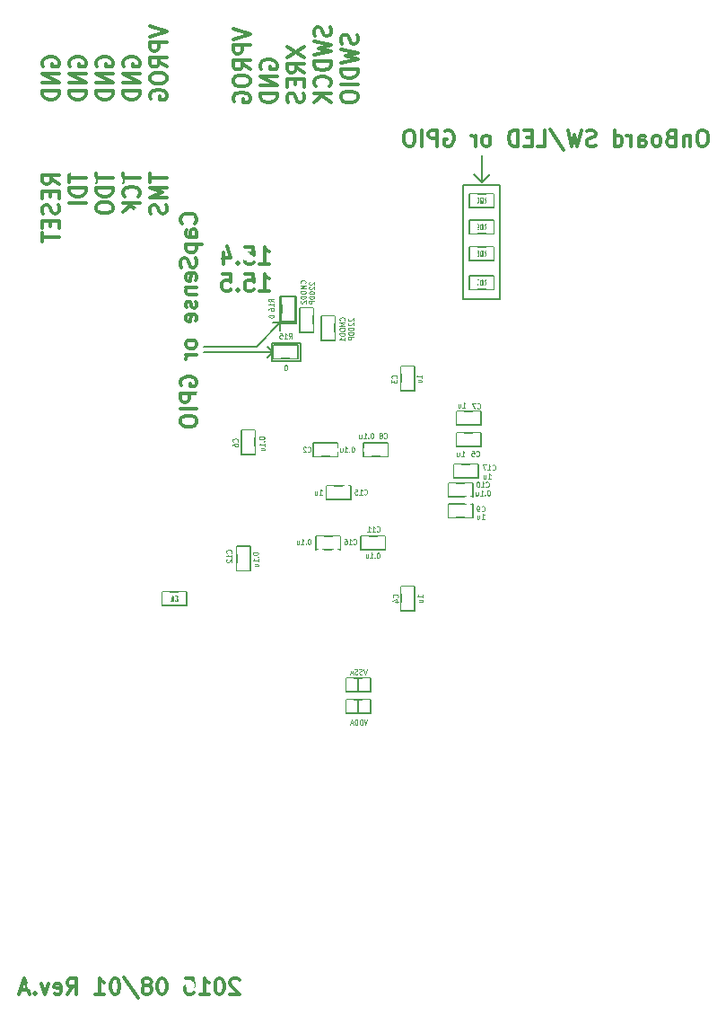
<source format=gbo>
G04 (created by PCBNEW (2013-07-07 BZR 4022)-stable) date 2015/08/01 18:05:42*
%MOIN*%
G04 Gerber Fmt 3.4, Leading zero omitted, Abs format*
%FSLAX34Y34*%
G01*
G70*
G90*
G04 APERTURE LIST*
%ADD10C,0.00590551*%
%ADD11C,0.00787402*%
%ADD12C,0.011811*%
%ADD13C,0.005*%
%ADD14C,0.0045*%
%ADD15R,0.045X0.025*%
%ADD16R,0.025X0.045*%
%ADD17C,0.0354*%
%ADD18R,0.06X0.06*%
%ADD19C,0.06*%
%ADD20C,0.177165*%
%ADD21C,0.0393701*%
%ADD22C,0.035*%
G04 APERTURE END LIST*
G54D10*
G54D11*
X31299Y-21102D02*
X31338Y-21102D01*
X31299Y-20078D02*
X31299Y-21102D01*
X31889Y-20078D02*
X31299Y-20078D01*
X31889Y-21102D02*
X31889Y-20078D01*
X31299Y-21102D02*
X31889Y-21102D01*
X30984Y-22480D02*
X30984Y-21811D01*
X32047Y-22480D02*
X30984Y-22480D01*
X32047Y-21811D02*
X32047Y-22480D01*
X30984Y-21811D02*
X32047Y-21811D01*
G54D12*
X29772Y-45452D02*
X29744Y-45424D01*
X29687Y-45396D01*
X29547Y-45396D01*
X29491Y-45424D01*
X29462Y-45452D01*
X29434Y-45508D01*
X29434Y-45565D01*
X29462Y-45649D01*
X29800Y-45987D01*
X29434Y-45987D01*
X29069Y-45396D02*
X29012Y-45396D01*
X28956Y-45424D01*
X28928Y-45452D01*
X28900Y-45508D01*
X28872Y-45621D01*
X28872Y-45762D01*
X28900Y-45874D01*
X28928Y-45930D01*
X28956Y-45958D01*
X29012Y-45987D01*
X29069Y-45987D01*
X29125Y-45958D01*
X29153Y-45930D01*
X29181Y-45874D01*
X29209Y-45762D01*
X29209Y-45621D01*
X29181Y-45508D01*
X29153Y-45452D01*
X29125Y-45424D01*
X29069Y-45396D01*
X28309Y-45987D02*
X28647Y-45987D01*
X28478Y-45987D02*
X28478Y-45396D01*
X28534Y-45480D01*
X28591Y-45537D01*
X28647Y-45565D01*
X27775Y-45396D02*
X28056Y-45396D01*
X28084Y-45677D01*
X28056Y-45649D01*
X28000Y-45621D01*
X27859Y-45621D01*
X27803Y-45649D01*
X27775Y-45677D01*
X27747Y-45733D01*
X27747Y-45874D01*
X27775Y-45930D01*
X27803Y-45958D01*
X27859Y-45987D01*
X28000Y-45987D01*
X28056Y-45958D01*
X28084Y-45930D01*
X26931Y-45396D02*
X26875Y-45396D01*
X26819Y-45424D01*
X26791Y-45452D01*
X26763Y-45508D01*
X26735Y-45621D01*
X26735Y-45762D01*
X26763Y-45874D01*
X26791Y-45930D01*
X26819Y-45958D01*
X26875Y-45987D01*
X26931Y-45987D01*
X26988Y-45958D01*
X27016Y-45930D01*
X27044Y-45874D01*
X27072Y-45762D01*
X27072Y-45621D01*
X27044Y-45508D01*
X27016Y-45452D01*
X26988Y-45424D01*
X26931Y-45396D01*
X26397Y-45649D02*
X26453Y-45621D01*
X26482Y-45593D01*
X26510Y-45537D01*
X26510Y-45508D01*
X26482Y-45452D01*
X26453Y-45424D01*
X26397Y-45396D01*
X26285Y-45396D01*
X26228Y-45424D01*
X26200Y-45452D01*
X26172Y-45508D01*
X26172Y-45537D01*
X26200Y-45593D01*
X26228Y-45621D01*
X26285Y-45649D01*
X26397Y-45649D01*
X26453Y-45677D01*
X26482Y-45705D01*
X26510Y-45762D01*
X26510Y-45874D01*
X26482Y-45930D01*
X26453Y-45958D01*
X26397Y-45987D01*
X26285Y-45987D01*
X26228Y-45958D01*
X26200Y-45930D01*
X26172Y-45874D01*
X26172Y-45762D01*
X26200Y-45705D01*
X26228Y-45677D01*
X26285Y-45649D01*
X25497Y-45368D02*
X26003Y-46127D01*
X25188Y-45396D02*
X25132Y-45396D01*
X25075Y-45424D01*
X25047Y-45452D01*
X25019Y-45508D01*
X24991Y-45621D01*
X24991Y-45762D01*
X25019Y-45874D01*
X25047Y-45930D01*
X25075Y-45958D01*
X25132Y-45987D01*
X25188Y-45987D01*
X25244Y-45958D01*
X25272Y-45930D01*
X25300Y-45874D01*
X25329Y-45762D01*
X25329Y-45621D01*
X25300Y-45508D01*
X25272Y-45452D01*
X25244Y-45424D01*
X25188Y-45396D01*
X24429Y-45987D02*
X24766Y-45987D01*
X24597Y-45987D02*
X24597Y-45396D01*
X24654Y-45480D01*
X24710Y-45537D01*
X24766Y-45565D01*
X23388Y-45987D02*
X23585Y-45705D01*
X23726Y-45987D02*
X23726Y-45396D01*
X23501Y-45396D01*
X23444Y-45424D01*
X23416Y-45452D01*
X23388Y-45508D01*
X23388Y-45593D01*
X23416Y-45649D01*
X23444Y-45677D01*
X23501Y-45705D01*
X23726Y-45705D01*
X22910Y-45958D02*
X22966Y-45987D01*
X23079Y-45987D01*
X23135Y-45958D01*
X23163Y-45902D01*
X23163Y-45677D01*
X23135Y-45621D01*
X23079Y-45593D01*
X22966Y-45593D01*
X22910Y-45621D01*
X22882Y-45677D01*
X22882Y-45733D01*
X23163Y-45790D01*
X22685Y-45593D02*
X22544Y-45987D01*
X22404Y-45593D01*
X22179Y-45930D02*
X22151Y-45958D01*
X22179Y-45987D01*
X22207Y-45958D01*
X22179Y-45930D01*
X22179Y-45987D01*
X21926Y-45818D02*
X21645Y-45818D01*
X21982Y-45987D02*
X21785Y-45396D01*
X21588Y-45987D01*
G54D11*
X30413Y-21948D02*
X28444Y-21948D01*
X30413Y-22145D02*
X28444Y-22145D01*
G54D12*
X28135Y-17379D02*
X28163Y-17350D01*
X28191Y-17266D01*
X28191Y-17210D01*
X28163Y-17125D01*
X28107Y-17069D01*
X28051Y-17041D01*
X27938Y-17013D01*
X27854Y-17013D01*
X27741Y-17041D01*
X27685Y-17069D01*
X27629Y-17125D01*
X27601Y-17210D01*
X27601Y-17266D01*
X27629Y-17350D01*
X27657Y-17379D01*
X28191Y-17885D02*
X27882Y-17885D01*
X27826Y-17857D01*
X27798Y-17800D01*
X27798Y-17688D01*
X27826Y-17632D01*
X28163Y-17885D02*
X28191Y-17829D01*
X28191Y-17688D01*
X28163Y-17632D01*
X28107Y-17604D01*
X28051Y-17604D01*
X27994Y-17632D01*
X27966Y-17688D01*
X27966Y-17829D01*
X27938Y-17885D01*
X27798Y-18166D02*
X28388Y-18166D01*
X27826Y-18166D02*
X27798Y-18222D01*
X27798Y-18335D01*
X27826Y-18391D01*
X27854Y-18419D01*
X27910Y-18447D01*
X28079Y-18447D01*
X28135Y-18419D01*
X28163Y-18391D01*
X28191Y-18335D01*
X28191Y-18222D01*
X28163Y-18166D01*
X28163Y-18672D02*
X28191Y-18757D01*
X28191Y-18897D01*
X28163Y-18953D01*
X28135Y-18982D01*
X28079Y-19010D01*
X28023Y-19010D01*
X27966Y-18982D01*
X27938Y-18953D01*
X27910Y-18897D01*
X27882Y-18785D01*
X27854Y-18728D01*
X27826Y-18700D01*
X27769Y-18672D01*
X27713Y-18672D01*
X27657Y-18700D01*
X27629Y-18728D01*
X27601Y-18785D01*
X27601Y-18925D01*
X27629Y-19010D01*
X28163Y-19488D02*
X28191Y-19431D01*
X28191Y-19319D01*
X28163Y-19263D01*
X28107Y-19235D01*
X27882Y-19235D01*
X27826Y-19263D01*
X27798Y-19319D01*
X27798Y-19431D01*
X27826Y-19488D01*
X27882Y-19516D01*
X27938Y-19516D01*
X27994Y-19235D01*
X27798Y-19769D02*
X28191Y-19769D01*
X27854Y-19769D02*
X27826Y-19797D01*
X27798Y-19853D01*
X27798Y-19938D01*
X27826Y-19994D01*
X27882Y-20022D01*
X28191Y-20022D01*
X28163Y-20275D02*
X28191Y-20331D01*
X28191Y-20444D01*
X28163Y-20500D01*
X28107Y-20528D01*
X28079Y-20528D01*
X28023Y-20500D01*
X27994Y-20444D01*
X27994Y-20359D01*
X27966Y-20303D01*
X27910Y-20275D01*
X27882Y-20275D01*
X27826Y-20303D01*
X27798Y-20359D01*
X27798Y-20444D01*
X27826Y-20500D01*
X28163Y-21006D02*
X28191Y-20950D01*
X28191Y-20838D01*
X28163Y-20781D01*
X28107Y-20753D01*
X27882Y-20753D01*
X27826Y-20781D01*
X27798Y-20838D01*
X27798Y-20950D01*
X27826Y-21006D01*
X27882Y-21034D01*
X27938Y-21034D01*
X27994Y-20753D01*
X28191Y-21822D02*
X28163Y-21766D01*
X28135Y-21737D01*
X28079Y-21709D01*
X27910Y-21709D01*
X27854Y-21737D01*
X27826Y-21766D01*
X27798Y-21822D01*
X27798Y-21906D01*
X27826Y-21962D01*
X27854Y-21991D01*
X27910Y-22019D01*
X28079Y-22019D01*
X28135Y-21991D01*
X28163Y-21962D01*
X28191Y-21906D01*
X28191Y-21822D01*
X28191Y-22272D02*
X27798Y-22272D01*
X27910Y-22272D02*
X27854Y-22300D01*
X27826Y-22328D01*
X27798Y-22384D01*
X27798Y-22440D01*
X27629Y-23397D02*
X27601Y-23340D01*
X27601Y-23256D01*
X27629Y-23172D01*
X27685Y-23115D01*
X27741Y-23087D01*
X27854Y-23059D01*
X27938Y-23059D01*
X28051Y-23087D01*
X28107Y-23115D01*
X28163Y-23172D01*
X28191Y-23256D01*
X28191Y-23312D01*
X28163Y-23397D01*
X28135Y-23425D01*
X27938Y-23425D01*
X27938Y-23312D01*
X28191Y-23678D02*
X27601Y-23678D01*
X27601Y-23903D01*
X27629Y-23959D01*
X27657Y-23987D01*
X27713Y-24015D01*
X27798Y-24015D01*
X27854Y-23987D01*
X27882Y-23959D01*
X27910Y-23903D01*
X27910Y-23678D01*
X28191Y-24268D02*
X27601Y-24268D01*
X27601Y-24662D02*
X27601Y-24775D01*
X27629Y-24831D01*
X27685Y-24887D01*
X27798Y-24915D01*
X27994Y-24915D01*
X28107Y-24887D01*
X28163Y-24831D01*
X28191Y-24775D01*
X28191Y-24662D01*
X28163Y-24606D01*
X28107Y-24550D01*
X27994Y-24521D01*
X27798Y-24521D01*
X27685Y-24550D01*
X27629Y-24606D01*
X27601Y-24662D01*
G54D11*
X31003Y-22145D02*
X30413Y-22145D01*
X31003Y-22145D02*
X30807Y-22342D01*
X31003Y-22145D02*
X30807Y-21948D01*
X31299Y-21062D02*
X30413Y-21948D01*
X31299Y-21062D02*
X31003Y-21062D01*
X31299Y-21062D02*
X31299Y-21358D01*
G54D12*
X47033Y-13920D02*
X46920Y-13920D01*
X46864Y-13948D01*
X46808Y-14004D01*
X46780Y-14116D01*
X46780Y-14313D01*
X46808Y-14426D01*
X46864Y-14482D01*
X46920Y-14510D01*
X47033Y-14510D01*
X47089Y-14482D01*
X47145Y-14426D01*
X47173Y-14313D01*
X47173Y-14116D01*
X47145Y-14004D01*
X47089Y-13948D01*
X47033Y-13920D01*
X46526Y-14116D02*
X46526Y-14510D01*
X46526Y-14173D02*
X46498Y-14145D01*
X46442Y-14116D01*
X46358Y-14116D01*
X46302Y-14145D01*
X46273Y-14201D01*
X46273Y-14510D01*
X45795Y-14201D02*
X45711Y-14229D01*
X45683Y-14257D01*
X45655Y-14313D01*
X45655Y-14398D01*
X45683Y-14454D01*
X45711Y-14482D01*
X45767Y-14510D01*
X45992Y-14510D01*
X45992Y-13920D01*
X45795Y-13920D01*
X45739Y-13948D01*
X45711Y-13976D01*
X45683Y-14032D01*
X45683Y-14088D01*
X45711Y-14145D01*
X45739Y-14173D01*
X45795Y-14201D01*
X45992Y-14201D01*
X45317Y-14510D02*
X45374Y-14482D01*
X45402Y-14454D01*
X45430Y-14398D01*
X45430Y-14229D01*
X45402Y-14173D01*
X45374Y-14145D01*
X45317Y-14116D01*
X45233Y-14116D01*
X45177Y-14145D01*
X45149Y-14173D01*
X45120Y-14229D01*
X45120Y-14398D01*
X45149Y-14454D01*
X45177Y-14482D01*
X45233Y-14510D01*
X45317Y-14510D01*
X44614Y-14510D02*
X44614Y-14201D01*
X44642Y-14145D01*
X44699Y-14116D01*
X44811Y-14116D01*
X44867Y-14145D01*
X44614Y-14482D02*
X44670Y-14510D01*
X44811Y-14510D01*
X44867Y-14482D01*
X44895Y-14426D01*
X44895Y-14370D01*
X44867Y-14313D01*
X44811Y-14285D01*
X44670Y-14285D01*
X44614Y-14257D01*
X44333Y-14510D02*
X44333Y-14116D01*
X44333Y-14229D02*
X44305Y-14173D01*
X44277Y-14145D01*
X44221Y-14116D01*
X44164Y-14116D01*
X43714Y-14510D02*
X43714Y-13920D01*
X43714Y-14482D02*
X43771Y-14510D01*
X43883Y-14510D01*
X43939Y-14482D01*
X43967Y-14454D01*
X43996Y-14398D01*
X43996Y-14229D01*
X43967Y-14173D01*
X43939Y-14145D01*
X43883Y-14116D01*
X43771Y-14116D01*
X43714Y-14145D01*
X43011Y-14482D02*
X42927Y-14510D01*
X42786Y-14510D01*
X42730Y-14482D01*
X42702Y-14454D01*
X42674Y-14398D01*
X42674Y-14341D01*
X42702Y-14285D01*
X42730Y-14257D01*
X42786Y-14229D01*
X42899Y-14201D01*
X42955Y-14173D01*
X42983Y-14145D01*
X43011Y-14088D01*
X43011Y-14032D01*
X42983Y-13976D01*
X42955Y-13948D01*
X42899Y-13920D01*
X42758Y-13920D01*
X42674Y-13948D01*
X42477Y-13920D02*
X42336Y-14510D01*
X42224Y-14088D01*
X42111Y-14510D01*
X41971Y-13920D01*
X41324Y-13892D02*
X41830Y-14651D01*
X40846Y-14510D02*
X41127Y-14510D01*
X41127Y-13920D01*
X40649Y-14201D02*
X40452Y-14201D01*
X40368Y-14510D02*
X40649Y-14510D01*
X40649Y-13920D01*
X40368Y-13920D01*
X40115Y-14510D02*
X40115Y-13920D01*
X39974Y-13920D01*
X39890Y-13948D01*
X39834Y-14004D01*
X39805Y-14060D01*
X39777Y-14173D01*
X39777Y-14257D01*
X39805Y-14370D01*
X39834Y-14426D01*
X39890Y-14482D01*
X39974Y-14510D01*
X40115Y-14510D01*
X38990Y-14510D02*
X39046Y-14482D01*
X39074Y-14454D01*
X39102Y-14398D01*
X39102Y-14229D01*
X39074Y-14173D01*
X39046Y-14145D01*
X38990Y-14116D01*
X38906Y-14116D01*
X38849Y-14145D01*
X38821Y-14173D01*
X38793Y-14229D01*
X38793Y-14398D01*
X38821Y-14454D01*
X38849Y-14482D01*
X38906Y-14510D01*
X38990Y-14510D01*
X38540Y-14510D02*
X38540Y-14116D01*
X38540Y-14229D02*
X38512Y-14173D01*
X38484Y-14145D01*
X38428Y-14116D01*
X38371Y-14116D01*
X37415Y-13948D02*
X37471Y-13920D01*
X37556Y-13920D01*
X37640Y-13948D01*
X37696Y-14004D01*
X37724Y-14060D01*
X37753Y-14173D01*
X37753Y-14257D01*
X37724Y-14370D01*
X37696Y-14426D01*
X37640Y-14482D01*
X37556Y-14510D01*
X37500Y-14510D01*
X37415Y-14482D01*
X37387Y-14454D01*
X37387Y-14257D01*
X37500Y-14257D01*
X37134Y-14510D02*
X37134Y-13920D01*
X36909Y-13920D01*
X36853Y-13948D01*
X36825Y-13976D01*
X36796Y-14032D01*
X36796Y-14116D01*
X36825Y-14173D01*
X36853Y-14201D01*
X36909Y-14229D01*
X37134Y-14229D01*
X36543Y-14510D02*
X36543Y-13920D01*
X36150Y-13920D02*
X36037Y-13920D01*
X35981Y-13948D01*
X35925Y-14004D01*
X35897Y-14116D01*
X35897Y-14313D01*
X35925Y-14426D01*
X35981Y-14482D01*
X36037Y-14510D01*
X36150Y-14510D01*
X36206Y-14482D01*
X36262Y-14426D01*
X36290Y-14313D01*
X36290Y-14116D01*
X36262Y-14004D01*
X36206Y-13948D01*
X36150Y-13920D01*
G54D11*
X38779Y-15846D02*
X38779Y-14862D01*
X38779Y-15846D02*
X38484Y-15551D01*
X38779Y-15846D02*
X39074Y-15551D01*
X38090Y-20177D02*
X38090Y-15944D01*
X39468Y-20177D02*
X38090Y-20177D01*
X39468Y-15944D02*
X39468Y-20177D01*
X38090Y-15944D02*
X39468Y-15944D01*
G54D12*
X30534Y-18877D02*
X30871Y-18877D01*
X30703Y-18877D02*
X30703Y-18247D01*
X30759Y-18337D01*
X30815Y-18397D01*
X30871Y-18427D01*
X29999Y-18247D02*
X30281Y-18247D01*
X30309Y-18547D01*
X30281Y-18517D01*
X30224Y-18487D01*
X30084Y-18487D01*
X30028Y-18517D01*
X29999Y-18547D01*
X29971Y-18607D01*
X29971Y-18757D01*
X29999Y-18817D01*
X30028Y-18847D01*
X30084Y-18877D01*
X30224Y-18877D01*
X30281Y-18847D01*
X30309Y-18817D01*
X29718Y-18817D02*
X29690Y-18847D01*
X29718Y-18877D01*
X29746Y-18847D01*
X29718Y-18817D01*
X29718Y-18877D01*
X29184Y-18457D02*
X29184Y-18877D01*
X29325Y-18217D02*
X29465Y-18667D01*
X29100Y-18667D01*
X30534Y-19877D02*
X30871Y-19877D01*
X30703Y-19877D02*
X30703Y-19247D01*
X30759Y-19337D01*
X30815Y-19397D01*
X30871Y-19427D01*
X29999Y-19247D02*
X30281Y-19247D01*
X30309Y-19547D01*
X30281Y-19517D01*
X30224Y-19487D01*
X30084Y-19487D01*
X30028Y-19517D01*
X29999Y-19547D01*
X29971Y-19607D01*
X29971Y-19757D01*
X29999Y-19817D01*
X30028Y-19847D01*
X30084Y-19877D01*
X30224Y-19877D01*
X30281Y-19847D01*
X30309Y-19817D01*
X29718Y-19817D02*
X29690Y-19847D01*
X29718Y-19877D01*
X29746Y-19847D01*
X29718Y-19817D01*
X29718Y-19877D01*
X29156Y-19247D02*
X29437Y-19247D01*
X29465Y-19547D01*
X29437Y-19517D01*
X29381Y-19487D01*
X29240Y-19487D01*
X29184Y-19517D01*
X29156Y-19547D01*
X29128Y-19607D01*
X29128Y-19757D01*
X29156Y-19817D01*
X29184Y-19847D01*
X29240Y-19877D01*
X29381Y-19877D01*
X29437Y-19847D01*
X29465Y-19817D01*
X23089Y-15930D02*
X22789Y-15733D01*
X23089Y-15593D02*
X22459Y-15593D01*
X22459Y-15818D01*
X22489Y-15874D01*
X22519Y-15902D01*
X22579Y-15930D01*
X22669Y-15930D01*
X22729Y-15902D01*
X22759Y-15874D01*
X22789Y-15818D01*
X22789Y-15593D01*
X22759Y-16183D02*
X22759Y-16380D01*
X23089Y-16465D02*
X23089Y-16183D01*
X22459Y-16183D01*
X22459Y-16465D01*
X23059Y-16690D02*
X23089Y-16774D01*
X23089Y-16915D01*
X23059Y-16971D01*
X23029Y-16999D01*
X22969Y-17027D01*
X22909Y-17027D01*
X22849Y-16999D01*
X22819Y-16971D01*
X22789Y-16915D01*
X22759Y-16802D01*
X22729Y-16746D01*
X22699Y-16718D01*
X22639Y-16690D01*
X22579Y-16690D01*
X22519Y-16718D01*
X22489Y-16746D01*
X22459Y-16802D01*
X22459Y-16943D01*
X22489Y-17027D01*
X22759Y-17280D02*
X22759Y-17477D01*
X23089Y-17561D02*
X23089Y-17280D01*
X22459Y-17280D01*
X22459Y-17561D01*
X22459Y-17730D02*
X22459Y-18068D01*
X23089Y-17899D02*
X22459Y-17899D01*
X23459Y-15508D02*
X23459Y-15846D01*
X24089Y-15677D02*
X23459Y-15677D01*
X24089Y-16043D02*
X23459Y-16043D01*
X23459Y-16183D01*
X23489Y-16268D01*
X23549Y-16324D01*
X23609Y-16352D01*
X23729Y-16380D01*
X23819Y-16380D01*
X23939Y-16352D01*
X23999Y-16324D01*
X24059Y-16268D01*
X24089Y-16183D01*
X24089Y-16043D01*
X24089Y-16633D02*
X23459Y-16633D01*
X24459Y-15508D02*
X24459Y-15846D01*
X25089Y-15677D02*
X24459Y-15677D01*
X25089Y-16043D02*
X24459Y-16043D01*
X24459Y-16183D01*
X24489Y-16268D01*
X24549Y-16324D01*
X24609Y-16352D01*
X24729Y-16380D01*
X24819Y-16380D01*
X24939Y-16352D01*
X24999Y-16324D01*
X25059Y-16268D01*
X25089Y-16183D01*
X25089Y-16043D01*
X24459Y-16746D02*
X24459Y-16858D01*
X24489Y-16915D01*
X24549Y-16971D01*
X24669Y-16999D01*
X24879Y-16999D01*
X24999Y-16971D01*
X25059Y-16915D01*
X25089Y-16858D01*
X25089Y-16746D01*
X25059Y-16690D01*
X24999Y-16633D01*
X24879Y-16605D01*
X24669Y-16605D01*
X24549Y-16633D01*
X24489Y-16690D01*
X24459Y-16746D01*
X25459Y-15508D02*
X25459Y-15846D01*
X26089Y-15677D02*
X25459Y-15677D01*
X26029Y-16380D02*
X26059Y-16352D01*
X26089Y-16268D01*
X26089Y-16212D01*
X26059Y-16127D01*
X25999Y-16071D01*
X25939Y-16043D01*
X25819Y-16015D01*
X25729Y-16015D01*
X25609Y-16043D01*
X25549Y-16071D01*
X25489Y-16127D01*
X25459Y-16212D01*
X25459Y-16268D01*
X25489Y-16352D01*
X25519Y-16380D01*
X26089Y-16633D02*
X25459Y-16633D01*
X26089Y-16971D02*
X25729Y-16718D01*
X25459Y-16971D02*
X25819Y-16633D01*
X26459Y-15508D02*
X26459Y-15846D01*
X27089Y-15677D02*
X26459Y-15677D01*
X27089Y-16043D02*
X26459Y-16043D01*
X26909Y-16240D01*
X26459Y-16437D01*
X27089Y-16437D01*
X27059Y-16690D02*
X27089Y-16774D01*
X27089Y-16915D01*
X27059Y-16971D01*
X27029Y-16999D01*
X26969Y-17027D01*
X26909Y-17027D01*
X26849Y-16999D01*
X26819Y-16971D01*
X26789Y-16915D01*
X26759Y-16802D01*
X26729Y-16746D01*
X26699Y-16718D01*
X26639Y-16690D01*
X26579Y-16690D01*
X26519Y-16718D01*
X26489Y-16746D01*
X26459Y-16802D01*
X26459Y-16943D01*
X26489Y-17027D01*
X22489Y-11543D02*
X22459Y-11487D01*
X22459Y-11403D01*
X22489Y-11318D01*
X22549Y-11262D01*
X22609Y-11234D01*
X22729Y-11206D01*
X22819Y-11206D01*
X22939Y-11234D01*
X22999Y-11262D01*
X23059Y-11318D01*
X23089Y-11403D01*
X23089Y-11459D01*
X23059Y-11543D01*
X23029Y-11571D01*
X22819Y-11571D01*
X22819Y-11459D01*
X23089Y-11825D02*
X22459Y-11825D01*
X23089Y-12162D01*
X22459Y-12162D01*
X23089Y-12443D02*
X22459Y-12443D01*
X22459Y-12584D01*
X22489Y-12668D01*
X22549Y-12724D01*
X22609Y-12753D01*
X22729Y-12781D01*
X22819Y-12781D01*
X22939Y-12753D01*
X22999Y-12724D01*
X23059Y-12668D01*
X23089Y-12584D01*
X23089Y-12443D01*
X23489Y-11543D02*
X23459Y-11487D01*
X23459Y-11403D01*
X23489Y-11318D01*
X23549Y-11262D01*
X23609Y-11234D01*
X23729Y-11206D01*
X23819Y-11206D01*
X23939Y-11234D01*
X23999Y-11262D01*
X24059Y-11318D01*
X24089Y-11403D01*
X24089Y-11459D01*
X24059Y-11543D01*
X24029Y-11571D01*
X23819Y-11571D01*
X23819Y-11459D01*
X24089Y-11825D02*
X23459Y-11825D01*
X24089Y-12162D01*
X23459Y-12162D01*
X24089Y-12443D02*
X23459Y-12443D01*
X23459Y-12584D01*
X23489Y-12668D01*
X23549Y-12724D01*
X23609Y-12753D01*
X23729Y-12781D01*
X23819Y-12781D01*
X23939Y-12753D01*
X23999Y-12724D01*
X24059Y-12668D01*
X24089Y-12584D01*
X24089Y-12443D01*
X24489Y-11543D02*
X24459Y-11487D01*
X24459Y-11403D01*
X24489Y-11318D01*
X24549Y-11262D01*
X24609Y-11234D01*
X24729Y-11206D01*
X24819Y-11206D01*
X24939Y-11234D01*
X24999Y-11262D01*
X25059Y-11318D01*
X25089Y-11403D01*
X25089Y-11459D01*
X25059Y-11543D01*
X25029Y-11571D01*
X24819Y-11571D01*
X24819Y-11459D01*
X25089Y-11825D02*
X24459Y-11825D01*
X25089Y-12162D01*
X24459Y-12162D01*
X25089Y-12443D02*
X24459Y-12443D01*
X24459Y-12584D01*
X24489Y-12668D01*
X24549Y-12724D01*
X24609Y-12753D01*
X24729Y-12781D01*
X24819Y-12781D01*
X24939Y-12753D01*
X24999Y-12724D01*
X25059Y-12668D01*
X25089Y-12584D01*
X25089Y-12443D01*
X25489Y-11543D02*
X25459Y-11487D01*
X25459Y-11403D01*
X25489Y-11318D01*
X25549Y-11262D01*
X25609Y-11234D01*
X25729Y-11206D01*
X25819Y-11206D01*
X25939Y-11234D01*
X25999Y-11262D01*
X26059Y-11318D01*
X26089Y-11403D01*
X26089Y-11459D01*
X26059Y-11543D01*
X26029Y-11571D01*
X25819Y-11571D01*
X25819Y-11459D01*
X26089Y-11825D02*
X25459Y-11825D01*
X26089Y-12162D01*
X25459Y-12162D01*
X26089Y-12443D02*
X25459Y-12443D01*
X25459Y-12584D01*
X25489Y-12668D01*
X25549Y-12724D01*
X25609Y-12753D01*
X25729Y-12781D01*
X25819Y-12781D01*
X25939Y-12753D01*
X25999Y-12724D01*
X26059Y-12668D01*
X26089Y-12584D01*
X26089Y-12443D01*
X26459Y-10053D02*
X27089Y-10250D01*
X26459Y-10447D01*
X27089Y-10643D02*
X26459Y-10643D01*
X26459Y-10868D01*
X26489Y-10925D01*
X26519Y-10953D01*
X26579Y-10981D01*
X26669Y-10981D01*
X26729Y-10953D01*
X26759Y-10925D01*
X26789Y-10868D01*
X26789Y-10643D01*
X27089Y-11571D02*
X26789Y-11375D01*
X27089Y-11234D02*
X26459Y-11234D01*
X26459Y-11459D01*
X26489Y-11515D01*
X26519Y-11543D01*
X26579Y-11571D01*
X26669Y-11571D01*
X26729Y-11543D01*
X26759Y-11515D01*
X26789Y-11459D01*
X26789Y-11234D01*
X26459Y-11937D02*
X26459Y-12050D01*
X26489Y-12106D01*
X26549Y-12162D01*
X26669Y-12190D01*
X26879Y-12190D01*
X26999Y-12162D01*
X27059Y-12106D01*
X27089Y-12050D01*
X27089Y-11937D01*
X27059Y-11881D01*
X26999Y-11825D01*
X26879Y-11796D01*
X26669Y-11796D01*
X26549Y-11825D01*
X26489Y-11881D01*
X26459Y-11937D01*
X26489Y-12753D02*
X26459Y-12696D01*
X26459Y-12612D01*
X26489Y-12528D01*
X26549Y-12471D01*
X26609Y-12443D01*
X26729Y-12415D01*
X26819Y-12415D01*
X26939Y-12443D01*
X26999Y-12471D01*
X27059Y-12528D01*
X27089Y-12612D01*
X27089Y-12668D01*
X27059Y-12753D01*
X27029Y-12781D01*
X26819Y-12781D01*
X26819Y-12668D01*
X29546Y-10151D02*
X30176Y-10348D01*
X29546Y-10545D01*
X30176Y-10742D02*
X29546Y-10742D01*
X29546Y-10967D01*
X29576Y-11023D01*
X29606Y-11051D01*
X29666Y-11079D01*
X29756Y-11079D01*
X29816Y-11051D01*
X29846Y-11023D01*
X29876Y-10967D01*
X29876Y-10742D01*
X30176Y-11670D02*
X29876Y-11473D01*
X30176Y-11332D02*
X29546Y-11332D01*
X29546Y-11557D01*
X29576Y-11614D01*
X29606Y-11642D01*
X29666Y-11670D01*
X29756Y-11670D01*
X29816Y-11642D01*
X29846Y-11614D01*
X29876Y-11557D01*
X29876Y-11332D01*
X29546Y-12035D02*
X29546Y-12148D01*
X29576Y-12204D01*
X29636Y-12260D01*
X29756Y-12289D01*
X29966Y-12289D01*
X30086Y-12260D01*
X30146Y-12204D01*
X30176Y-12148D01*
X30176Y-12035D01*
X30146Y-11979D01*
X30086Y-11923D01*
X29966Y-11895D01*
X29756Y-11895D01*
X29636Y-11923D01*
X29576Y-11979D01*
X29546Y-12035D01*
X29576Y-12851D02*
X29546Y-12795D01*
X29546Y-12710D01*
X29576Y-12626D01*
X29636Y-12570D01*
X29696Y-12542D01*
X29816Y-12514D01*
X29906Y-12514D01*
X30026Y-12542D01*
X30086Y-12570D01*
X30146Y-12626D01*
X30176Y-12710D01*
X30176Y-12767D01*
X30146Y-12851D01*
X30116Y-12879D01*
X29906Y-12879D01*
X29906Y-12767D01*
X30576Y-11642D02*
X30546Y-11586D01*
X30546Y-11501D01*
X30576Y-11417D01*
X30636Y-11361D01*
X30696Y-11332D01*
X30816Y-11304D01*
X30906Y-11304D01*
X31026Y-11332D01*
X31086Y-11361D01*
X31146Y-11417D01*
X31176Y-11501D01*
X31176Y-11557D01*
X31146Y-11642D01*
X31116Y-11670D01*
X30906Y-11670D01*
X30906Y-11557D01*
X31176Y-11923D02*
X30546Y-11923D01*
X31176Y-12260D01*
X30546Y-12260D01*
X31176Y-12542D02*
X30546Y-12542D01*
X30546Y-12682D01*
X30576Y-12767D01*
X30636Y-12823D01*
X30696Y-12851D01*
X30816Y-12879D01*
X30906Y-12879D01*
X31026Y-12851D01*
X31086Y-12823D01*
X31146Y-12767D01*
X31176Y-12682D01*
X31176Y-12542D01*
X31546Y-10826D02*
X32176Y-11220D01*
X31546Y-11220D02*
X32176Y-10826D01*
X32176Y-11782D02*
X31876Y-11586D01*
X32176Y-11445D02*
X31546Y-11445D01*
X31546Y-11670D01*
X31576Y-11726D01*
X31606Y-11754D01*
X31666Y-11782D01*
X31756Y-11782D01*
X31816Y-11754D01*
X31846Y-11726D01*
X31876Y-11670D01*
X31876Y-11445D01*
X31846Y-12035D02*
X31846Y-12232D01*
X32176Y-12317D02*
X32176Y-12035D01*
X31546Y-12035D01*
X31546Y-12317D01*
X32146Y-12542D02*
X32176Y-12626D01*
X32176Y-12767D01*
X32146Y-12823D01*
X32116Y-12851D01*
X32056Y-12879D01*
X31996Y-12879D01*
X31936Y-12851D01*
X31906Y-12823D01*
X31876Y-12767D01*
X31846Y-12654D01*
X31816Y-12598D01*
X31786Y-12570D01*
X31726Y-12542D01*
X31666Y-12542D01*
X31606Y-12570D01*
X31576Y-12598D01*
X31546Y-12654D01*
X31546Y-12795D01*
X31576Y-12879D01*
X33146Y-10095D02*
X33176Y-10179D01*
X33176Y-10320D01*
X33146Y-10376D01*
X33116Y-10404D01*
X33056Y-10433D01*
X32996Y-10433D01*
X32936Y-10404D01*
X32906Y-10376D01*
X32876Y-10320D01*
X32846Y-10208D01*
X32816Y-10151D01*
X32786Y-10123D01*
X32726Y-10095D01*
X32666Y-10095D01*
X32606Y-10123D01*
X32576Y-10151D01*
X32546Y-10208D01*
X32546Y-10348D01*
X32576Y-10433D01*
X32546Y-10629D02*
X33176Y-10770D01*
X32726Y-10883D01*
X33176Y-10995D01*
X32546Y-11136D01*
X33176Y-11361D02*
X32546Y-11361D01*
X32546Y-11501D01*
X32576Y-11586D01*
X32636Y-11642D01*
X32696Y-11670D01*
X32816Y-11698D01*
X32906Y-11698D01*
X33026Y-11670D01*
X33086Y-11642D01*
X33146Y-11586D01*
X33176Y-11501D01*
X33176Y-11361D01*
X33116Y-12289D02*
X33146Y-12260D01*
X33176Y-12176D01*
X33176Y-12120D01*
X33146Y-12035D01*
X33086Y-11979D01*
X33026Y-11951D01*
X32906Y-11923D01*
X32816Y-11923D01*
X32696Y-11951D01*
X32636Y-11979D01*
X32576Y-12035D01*
X32546Y-12120D01*
X32546Y-12176D01*
X32576Y-12260D01*
X32606Y-12289D01*
X33176Y-12542D02*
X32546Y-12542D01*
X33176Y-12879D02*
X32816Y-12626D01*
X32546Y-12879D02*
X32906Y-12542D01*
X34146Y-10376D02*
X34176Y-10461D01*
X34176Y-10601D01*
X34146Y-10658D01*
X34116Y-10686D01*
X34056Y-10714D01*
X33996Y-10714D01*
X33936Y-10686D01*
X33906Y-10658D01*
X33876Y-10601D01*
X33846Y-10489D01*
X33816Y-10433D01*
X33786Y-10404D01*
X33726Y-10376D01*
X33666Y-10376D01*
X33606Y-10404D01*
X33576Y-10433D01*
X33546Y-10489D01*
X33546Y-10629D01*
X33576Y-10714D01*
X33546Y-10911D02*
X34176Y-11051D01*
X33726Y-11164D01*
X34176Y-11276D01*
X33546Y-11417D01*
X34176Y-11642D02*
X33546Y-11642D01*
X33546Y-11782D01*
X33576Y-11867D01*
X33636Y-11923D01*
X33696Y-11951D01*
X33816Y-11979D01*
X33906Y-11979D01*
X34026Y-11951D01*
X34086Y-11923D01*
X34146Y-11867D01*
X34176Y-11782D01*
X34176Y-11642D01*
X34176Y-12232D02*
X33546Y-12232D01*
X33546Y-12626D02*
X33546Y-12739D01*
X33576Y-12795D01*
X33636Y-12851D01*
X33756Y-12879D01*
X33966Y-12879D01*
X34086Y-12851D01*
X34146Y-12795D01*
X34176Y-12739D01*
X34176Y-12626D01*
X34146Y-12570D01*
X34086Y-12514D01*
X33966Y-12485D01*
X33756Y-12485D01*
X33636Y-12514D01*
X33576Y-12570D01*
X33546Y-12626D01*
G54D13*
X30171Y-30272D02*
X30171Y-29372D01*
X30171Y-29372D02*
X29671Y-29372D01*
X29671Y-29372D02*
X29671Y-30272D01*
X29671Y-30272D02*
X30171Y-30272D01*
X35194Y-28982D02*
X34294Y-28982D01*
X34294Y-28982D02*
X34294Y-29482D01*
X34294Y-29482D02*
X35194Y-29482D01*
X35194Y-29482D02*
X35194Y-28982D01*
X32522Y-26037D02*
X33422Y-26037D01*
X33422Y-26037D02*
X33422Y-25537D01*
X33422Y-25537D02*
X32522Y-25537D01*
X32522Y-25537D02*
X32522Y-26037D01*
X26912Y-31549D02*
X27812Y-31549D01*
X27812Y-31549D02*
X27812Y-31049D01*
X27812Y-31049D02*
X26912Y-31049D01*
X26912Y-31049D02*
X26912Y-31549D01*
X29868Y-25042D02*
X29868Y-25942D01*
X29868Y-25942D02*
X30368Y-25942D01*
X30368Y-25942D02*
X30368Y-25042D01*
X30368Y-25042D02*
X29868Y-25042D01*
X32620Y-29482D02*
X33520Y-29482D01*
X33520Y-29482D02*
X33520Y-28982D01*
X33520Y-28982D02*
X32620Y-28982D01*
X32620Y-28982D02*
X32620Y-29482D01*
X33014Y-27612D02*
X33914Y-27612D01*
X33914Y-27612D02*
X33914Y-27112D01*
X33914Y-27112D02*
X33014Y-27112D01*
X33014Y-27112D02*
X33014Y-27612D01*
X38442Y-27801D02*
X37542Y-27801D01*
X37542Y-27801D02*
X37542Y-28301D01*
X37542Y-28301D02*
X38442Y-28301D01*
X38442Y-28301D02*
X38442Y-27801D01*
X37542Y-27513D02*
X38442Y-27513D01*
X38442Y-27513D02*
X38442Y-27013D01*
X38442Y-27013D02*
X37542Y-27013D01*
X37542Y-27013D02*
X37542Y-27513D01*
X37738Y-26824D02*
X38638Y-26824D01*
X38638Y-26824D02*
X38638Y-26324D01*
X38638Y-26324D02*
X37738Y-26324D01*
X37738Y-26324D02*
X37738Y-26824D01*
X35292Y-25537D02*
X34392Y-25537D01*
X34392Y-25537D02*
X34392Y-26037D01*
X34392Y-26037D02*
X35292Y-26037D01*
X35292Y-26037D02*
X35292Y-25537D01*
X37837Y-25643D02*
X38737Y-25643D01*
X38737Y-25643D02*
X38737Y-25143D01*
X38737Y-25143D02*
X37837Y-25143D01*
X37837Y-25143D02*
X37837Y-25643D01*
X37837Y-24856D02*
X38737Y-24856D01*
X38737Y-24856D02*
X38737Y-24356D01*
X38737Y-24356D02*
X37837Y-24356D01*
X37837Y-24356D02*
X37837Y-24856D01*
X32533Y-21414D02*
X32533Y-20514D01*
X32533Y-20514D02*
X32033Y-20514D01*
X32033Y-20514D02*
X32033Y-21414D01*
X32033Y-21414D02*
X32533Y-21414D01*
X33320Y-21709D02*
X33320Y-20809D01*
X33320Y-20809D02*
X32820Y-20809D01*
X32820Y-20809D02*
X32820Y-21709D01*
X32820Y-21709D02*
X33320Y-21709D01*
X36273Y-31749D02*
X36273Y-30849D01*
X36273Y-30849D02*
X35773Y-30849D01*
X35773Y-30849D02*
X35773Y-31749D01*
X35773Y-31749D02*
X36273Y-31749D01*
X36273Y-23579D02*
X36273Y-22679D01*
X36273Y-22679D02*
X35773Y-22679D01*
X35773Y-22679D02*
X35773Y-23579D01*
X35773Y-23579D02*
X36273Y-23579D01*
X31946Y-21895D02*
X31046Y-21895D01*
X31046Y-21895D02*
X31046Y-22395D01*
X31046Y-22395D02*
X31946Y-22395D01*
X31946Y-22395D02*
X31946Y-21895D01*
X31844Y-21020D02*
X31844Y-20120D01*
X31844Y-20120D02*
X31344Y-20120D01*
X31344Y-20120D02*
X31344Y-21020D01*
X31344Y-21020D02*
X31844Y-21020D01*
X38329Y-19836D02*
X39229Y-19836D01*
X39229Y-19836D02*
X39229Y-19336D01*
X39229Y-19336D02*
X38329Y-19336D01*
X38329Y-19336D02*
X38329Y-19836D01*
X38329Y-18753D02*
X39229Y-18753D01*
X39229Y-18753D02*
X39229Y-18253D01*
X39229Y-18253D02*
X38329Y-18253D01*
X38329Y-18253D02*
X38329Y-18753D01*
X38329Y-17769D02*
X39229Y-17769D01*
X39229Y-17769D02*
X39229Y-17269D01*
X39229Y-17269D02*
X38329Y-17269D01*
X38329Y-17269D02*
X38329Y-17769D01*
X38329Y-16785D02*
X39229Y-16785D01*
X39229Y-16785D02*
X39229Y-16285D01*
X39229Y-16285D02*
X38329Y-16285D01*
X38329Y-16285D02*
X38329Y-16785D01*
G54D10*
X34200Y-34696D02*
X34200Y-34736D01*
X34200Y-34696D02*
X34200Y-34263D01*
G54D13*
X33750Y-34750D02*
X34650Y-34750D01*
X34650Y-34750D02*
X34650Y-34250D01*
X34650Y-34250D02*
X33750Y-34250D01*
X33750Y-34250D02*
X33750Y-34750D01*
G54D10*
X34200Y-35496D02*
X34200Y-35536D01*
X34200Y-35496D02*
X34200Y-35063D01*
G54D13*
X33750Y-35550D02*
X34650Y-35550D01*
X34650Y-35550D02*
X34650Y-35050D01*
X34650Y-35050D02*
X33750Y-35050D01*
X33750Y-35050D02*
X33750Y-35550D01*
G54D14*
X29471Y-29608D02*
X29480Y-29600D01*
X29490Y-29574D01*
X29490Y-29557D01*
X29480Y-29531D01*
X29461Y-29514D01*
X29442Y-29505D01*
X29404Y-29497D01*
X29376Y-29497D01*
X29338Y-29505D01*
X29318Y-29514D01*
X29299Y-29531D01*
X29290Y-29557D01*
X29290Y-29574D01*
X29299Y-29600D01*
X29309Y-29608D01*
X29490Y-29780D02*
X29490Y-29677D01*
X29490Y-29728D02*
X29290Y-29728D01*
X29318Y-29711D01*
X29338Y-29694D01*
X29347Y-29677D01*
X29309Y-29848D02*
X29299Y-29857D01*
X29290Y-29874D01*
X29290Y-29917D01*
X29299Y-29934D01*
X29309Y-29942D01*
X29328Y-29951D01*
X29347Y-29951D01*
X29376Y-29942D01*
X29490Y-29840D01*
X29490Y-29951D01*
X30274Y-29623D02*
X30274Y-29641D01*
X30284Y-29658D01*
X30293Y-29666D01*
X30312Y-29675D01*
X30350Y-29683D01*
X30398Y-29683D01*
X30436Y-29675D01*
X30455Y-29666D01*
X30465Y-29658D01*
X30474Y-29641D01*
X30474Y-29623D01*
X30465Y-29606D01*
X30455Y-29598D01*
X30436Y-29589D01*
X30398Y-29581D01*
X30350Y-29581D01*
X30312Y-29589D01*
X30293Y-29598D01*
X30284Y-29606D01*
X30274Y-29623D01*
X30455Y-29761D02*
X30465Y-29769D01*
X30474Y-29761D01*
X30465Y-29752D01*
X30455Y-29761D01*
X30474Y-29761D01*
X30474Y-29941D02*
X30474Y-29838D01*
X30474Y-29889D02*
X30274Y-29889D01*
X30303Y-29872D01*
X30322Y-29855D01*
X30331Y-29838D01*
X30341Y-30095D02*
X30474Y-30095D01*
X30341Y-30018D02*
X30446Y-30018D01*
X30465Y-30026D01*
X30474Y-30043D01*
X30474Y-30069D01*
X30465Y-30086D01*
X30455Y-30095D01*
X34879Y-28802D02*
X34888Y-28811D01*
X34913Y-28821D01*
X34930Y-28821D01*
X34956Y-28811D01*
X34973Y-28792D01*
X34982Y-28773D01*
X34990Y-28735D01*
X34990Y-28706D01*
X34982Y-28668D01*
X34973Y-28649D01*
X34956Y-28630D01*
X34930Y-28621D01*
X34913Y-28621D01*
X34888Y-28630D01*
X34879Y-28640D01*
X34708Y-28821D02*
X34810Y-28821D01*
X34759Y-28821D02*
X34759Y-28621D01*
X34776Y-28649D01*
X34793Y-28668D01*
X34810Y-28678D01*
X34536Y-28821D02*
X34639Y-28821D01*
X34588Y-28821D02*
X34588Y-28621D01*
X34605Y-28649D01*
X34622Y-28668D01*
X34639Y-28678D01*
X34942Y-29605D02*
X34925Y-29605D01*
X34908Y-29614D01*
X34900Y-29624D01*
X34891Y-29643D01*
X34882Y-29681D01*
X34882Y-29729D01*
X34891Y-29767D01*
X34900Y-29786D01*
X34908Y-29795D01*
X34925Y-29805D01*
X34942Y-29805D01*
X34960Y-29795D01*
X34968Y-29786D01*
X34977Y-29767D01*
X34985Y-29729D01*
X34985Y-29681D01*
X34977Y-29643D01*
X34968Y-29624D01*
X34960Y-29614D01*
X34942Y-29605D01*
X34805Y-29786D02*
X34797Y-29795D01*
X34805Y-29805D01*
X34814Y-29795D01*
X34805Y-29786D01*
X34805Y-29805D01*
X34625Y-29805D02*
X34728Y-29805D01*
X34677Y-29805D02*
X34677Y-29605D01*
X34694Y-29633D01*
X34711Y-29652D01*
X34728Y-29662D01*
X34471Y-29672D02*
X34471Y-29805D01*
X34548Y-29672D02*
X34548Y-29776D01*
X34540Y-29795D01*
X34522Y-29805D01*
X34497Y-29805D01*
X34480Y-29795D01*
X34471Y-29786D01*
X32313Y-25849D02*
X32322Y-25858D01*
X32347Y-25868D01*
X32364Y-25868D01*
X32390Y-25858D01*
X32407Y-25839D01*
X32416Y-25820D01*
X32424Y-25782D01*
X32424Y-25754D01*
X32416Y-25715D01*
X32407Y-25696D01*
X32390Y-25677D01*
X32364Y-25668D01*
X32347Y-25668D01*
X32322Y-25677D01*
X32313Y-25687D01*
X32244Y-25687D02*
X32236Y-25677D01*
X32219Y-25668D01*
X32176Y-25668D01*
X32159Y-25677D01*
X32150Y-25687D01*
X32142Y-25706D01*
X32142Y-25725D01*
X32150Y-25754D01*
X32253Y-25868D01*
X32142Y-25868D01*
X33998Y-25668D02*
X33980Y-25668D01*
X33963Y-25677D01*
X33955Y-25687D01*
X33946Y-25706D01*
X33938Y-25744D01*
X33938Y-25792D01*
X33946Y-25830D01*
X33955Y-25849D01*
X33963Y-25858D01*
X33980Y-25868D01*
X33998Y-25868D01*
X34015Y-25858D01*
X34023Y-25849D01*
X34032Y-25830D01*
X34040Y-25792D01*
X34040Y-25744D01*
X34032Y-25706D01*
X34023Y-25687D01*
X34015Y-25677D01*
X33998Y-25668D01*
X33860Y-25849D02*
X33852Y-25858D01*
X33860Y-25868D01*
X33869Y-25858D01*
X33860Y-25849D01*
X33860Y-25868D01*
X33680Y-25868D02*
X33783Y-25868D01*
X33732Y-25868D02*
X33732Y-25668D01*
X33749Y-25696D01*
X33766Y-25715D01*
X33783Y-25725D01*
X33526Y-25735D02*
X33526Y-25868D01*
X33603Y-25735D02*
X33603Y-25839D01*
X33595Y-25858D01*
X33578Y-25868D01*
X33552Y-25868D01*
X33535Y-25858D01*
X33526Y-25849D01*
X27392Y-31361D02*
X27400Y-31370D01*
X27426Y-31380D01*
X27443Y-31380D01*
X27469Y-31370D01*
X27486Y-31351D01*
X27495Y-31332D01*
X27503Y-31294D01*
X27503Y-31265D01*
X27495Y-31227D01*
X27486Y-31208D01*
X27469Y-31189D01*
X27443Y-31180D01*
X27426Y-31180D01*
X27400Y-31189D01*
X27392Y-31199D01*
X27220Y-31380D02*
X27323Y-31380D01*
X27272Y-31380D02*
X27272Y-31180D01*
X27289Y-31208D01*
X27306Y-31227D01*
X27323Y-31237D01*
X27392Y-31380D02*
X27495Y-31380D01*
X27443Y-31380D02*
X27443Y-31180D01*
X27460Y-31208D01*
X27477Y-31227D01*
X27495Y-31237D01*
X27237Y-31246D02*
X27237Y-31380D01*
X27315Y-31246D02*
X27315Y-31351D01*
X27306Y-31370D01*
X27289Y-31380D01*
X27263Y-31380D01*
X27246Y-31370D01*
X27237Y-31361D01*
X29707Y-25481D02*
X29717Y-25473D01*
X29726Y-25447D01*
X29726Y-25430D01*
X29717Y-25404D01*
X29698Y-25387D01*
X29679Y-25378D01*
X29640Y-25370D01*
X29612Y-25370D01*
X29574Y-25378D01*
X29555Y-25387D01*
X29536Y-25404D01*
X29526Y-25430D01*
X29526Y-25447D01*
X29536Y-25473D01*
X29545Y-25481D01*
X29526Y-25636D02*
X29526Y-25601D01*
X29536Y-25584D01*
X29545Y-25576D01*
X29574Y-25558D01*
X29612Y-25550D01*
X29688Y-25550D01*
X29707Y-25558D01*
X29717Y-25567D01*
X29726Y-25584D01*
X29726Y-25618D01*
X29717Y-25636D01*
X29707Y-25644D01*
X29688Y-25653D01*
X29640Y-25653D01*
X29621Y-25644D01*
X29612Y-25636D01*
X29602Y-25618D01*
X29602Y-25584D01*
X29612Y-25567D01*
X29621Y-25558D01*
X29640Y-25550D01*
X30510Y-25332D02*
X30510Y-25349D01*
X30520Y-25366D01*
X30529Y-25375D01*
X30548Y-25384D01*
X30587Y-25392D01*
X30634Y-25392D01*
X30672Y-25384D01*
X30691Y-25375D01*
X30701Y-25366D01*
X30710Y-25349D01*
X30710Y-25332D01*
X30701Y-25315D01*
X30691Y-25306D01*
X30672Y-25298D01*
X30634Y-25289D01*
X30587Y-25289D01*
X30548Y-25298D01*
X30529Y-25306D01*
X30520Y-25315D01*
X30510Y-25332D01*
X30691Y-25469D02*
X30701Y-25478D01*
X30710Y-25469D01*
X30701Y-25461D01*
X30691Y-25469D01*
X30710Y-25469D01*
X30710Y-25649D02*
X30710Y-25546D01*
X30710Y-25598D02*
X30510Y-25598D01*
X30539Y-25581D01*
X30558Y-25564D01*
X30568Y-25546D01*
X30577Y-25804D02*
X30710Y-25804D01*
X30577Y-25726D02*
X30682Y-25726D01*
X30701Y-25735D01*
X30710Y-25752D01*
X30710Y-25778D01*
X30701Y-25795D01*
X30691Y-25804D01*
X34013Y-29274D02*
X34021Y-29284D01*
X34047Y-29293D01*
X34064Y-29293D01*
X34090Y-29284D01*
X34107Y-29264D01*
X34116Y-29245D01*
X34124Y-29207D01*
X34124Y-29179D01*
X34116Y-29141D01*
X34107Y-29122D01*
X34090Y-29103D01*
X34064Y-29093D01*
X34047Y-29093D01*
X34021Y-29103D01*
X34013Y-29112D01*
X33841Y-29293D02*
X33944Y-29293D01*
X33893Y-29293D02*
X33893Y-29093D01*
X33910Y-29122D01*
X33927Y-29141D01*
X33944Y-29150D01*
X33687Y-29093D02*
X33721Y-29093D01*
X33739Y-29103D01*
X33747Y-29112D01*
X33764Y-29141D01*
X33773Y-29179D01*
X33773Y-29255D01*
X33764Y-29274D01*
X33756Y-29284D01*
X33739Y-29293D01*
X33704Y-29293D01*
X33687Y-29284D01*
X33679Y-29274D01*
X33670Y-29255D01*
X33670Y-29207D01*
X33679Y-29188D01*
X33687Y-29179D01*
X33704Y-29169D01*
X33739Y-29169D01*
X33756Y-29179D01*
X33764Y-29188D01*
X33773Y-29207D01*
X32383Y-29093D02*
X32366Y-29093D01*
X32349Y-29103D01*
X32341Y-29112D01*
X32332Y-29131D01*
X32323Y-29169D01*
X32323Y-29217D01*
X32332Y-29255D01*
X32341Y-29274D01*
X32349Y-29284D01*
X32366Y-29293D01*
X32383Y-29293D01*
X32401Y-29284D01*
X32409Y-29274D01*
X32418Y-29255D01*
X32426Y-29217D01*
X32426Y-29169D01*
X32418Y-29131D01*
X32409Y-29112D01*
X32401Y-29103D01*
X32383Y-29093D01*
X32246Y-29274D02*
X32238Y-29284D01*
X32246Y-29293D01*
X32255Y-29284D01*
X32246Y-29274D01*
X32246Y-29293D01*
X32066Y-29293D02*
X32169Y-29293D01*
X32118Y-29293D02*
X32118Y-29093D01*
X32135Y-29122D01*
X32152Y-29141D01*
X32169Y-29150D01*
X31912Y-29160D02*
X31912Y-29293D01*
X31989Y-29160D02*
X31989Y-29264D01*
X31981Y-29284D01*
X31963Y-29293D01*
X31938Y-29293D01*
X31921Y-29284D01*
X31912Y-29274D01*
X34407Y-27424D02*
X34415Y-27433D01*
X34441Y-27443D01*
X34458Y-27443D01*
X34484Y-27433D01*
X34501Y-27414D01*
X34509Y-27395D01*
X34518Y-27357D01*
X34518Y-27328D01*
X34509Y-27290D01*
X34501Y-27271D01*
X34484Y-27252D01*
X34458Y-27243D01*
X34441Y-27243D01*
X34415Y-27252D01*
X34407Y-27262D01*
X34235Y-27443D02*
X34338Y-27443D01*
X34287Y-27443D02*
X34287Y-27243D01*
X34304Y-27271D01*
X34321Y-27290D01*
X34338Y-27300D01*
X34072Y-27243D02*
X34158Y-27243D01*
X34167Y-27338D01*
X34158Y-27328D01*
X34141Y-27319D01*
X34098Y-27319D01*
X34081Y-27328D01*
X34072Y-27338D01*
X34064Y-27357D01*
X34064Y-27405D01*
X34072Y-27424D01*
X34081Y-27433D01*
X34098Y-27443D01*
X34141Y-27443D01*
X34158Y-27433D01*
X34167Y-27424D01*
X32746Y-27443D02*
X32849Y-27443D01*
X32797Y-27443D02*
X32797Y-27243D01*
X32815Y-27271D01*
X32832Y-27290D01*
X32849Y-27300D01*
X32592Y-27309D02*
X32592Y-27443D01*
X32669Y-27309D02*
X32669Y-27414D01*
X32660Y-27433D01*
X32643Y-27443D01*
X32617Y-27443D01*
X32600Y-27433D01*
X32592Y-27424D01*
X38770Y-28054D02*
X38778Y-28063D01*
X38804Y-28073D01*
X38821Y-28073D01*
X38847Y-28063D01*
X38864Y-28044D01*
X38873Y-28025D01*
X38881Y-27987D01*
X38881Y-27958D01*
X38873Y-27920D01*
X38864Y-27901D01*
X38847Y-27882D01*
X38821Y-27873D01*
X38804Y-27873D01*
X38778Y-27882D01*
X38770Y-27892D01*
X38684Y-28073D02*
X38650Y-28073D01*
X38633Y-28063D01*
X38624Y-28054D01*
X38607Y-28025D01*
X38598Y-27987D01*
X38598Y-27911D01*
X38607Y-27892D01*
X38615Y-27882D01*
X38633Y-27873D01*
X38667Y-27873D01*
X38684Y-27882D01*
X38693Y-27892D01*
X38701Y-27911D01*
X38701Y-27958D01*
X38693Y-27977D01*
X38684Y-27987D01*
X38667Y-27996D01*
X38633Y-27996D01*
X38615Y-27987D01*
X38607Y-27977D01*
X38598Y-27958D01*
X38770Y-28348D02*
X38873Y-28348D01*
X38821Y-28348D02*
X38821Y-28148D01*
X38838Y-28177D01*
X38855Y-28196D01*
X38873Y-28205D01*
X38615Y-28215D02*
X38615Y-28348D01*
X38693Y-28215D02*
X38693Y-28320D01*
X38684Y-28339D01*
X38667Y-28348D01*
X38641Y-28348D01*
X38624Y-28339D01*
X38615Y-28329D01*
X38934Y-27148D02*
X38943Y-27158D01*
X38968Y-27167D01*
X38986Y-27167D01*
X39011Y-27158D01*
X39028Y-27138D01*
X39037Y-27119D01*
X39046Y-27081D01*
X39046Y-27053D01*
X39037Y-27015D01*
X39028Y-26996D01*
X39011Y-26977D01*
X38986Y-26967D01*
X38968Y-26967D01*
X38943Y-26977D01*
X38934Y-26986D01*
X38763Y-27167D02*
X38866Y-27167D01*
X38814Y-27167D02*
X38814Y-26967D01*
X38831Y-26996D01*
X38848Y-27015D01*
X38866Y-27024D01*
X38651Y-26967D02*
X38634Y-26967D01*
X38617Y-26977D01*
X38608Y-26986D01*
X38600Y-27005D01*
X38591Y-27043D01*
X38591Y-27091D01*
X38600Y-27129D01*
X38608Y-27148D01*
X38617Y-27158D01*
X38634Y-27167D01*
X38651Y-27167D01*
X38668Y-27158D01*
X38677Y-27148D01*
X38686Y-27129D01*
X38694Y-27091D01*
X38694Y-27043D01*
X38686Y-27005D01*
X38677Y-26986D01*
X38668Y-26977D01*
X38651Y-26967D01*
X39037Y-27282D02*
X39020Y-27282D01*
X39003Y-27292D01*
X38994Y-27301D01*
X38986Y-27320D01*
X38977Y-27358D01*
X38977Y-27406D01*
X38986Y-27444D01*
X38994Y-27463D01*
X39003Y-27473D01*
X39020Y-27482D01*
X39037Y-27482D01*
X39054Y-27473D01*
X39063Y-27463D01*
X39071Y-27444D01*
X39080Y-27406D01*
X39080Y-27358D01*
X39071Y-27320D01*
X39063Y-27301D01*
X39054Y-27292D01*
X39037Y-27282D01*
X38900Y-27463D02*
X38891Y-27473D01*
X38900Y-27482D01*
X38908Y-27473D01*
X38900Y-27463D01*
X38900Y-27482D01*
X38720Y-27482D02*
X38823Y-27482D01*
X38771Y-27482D02*
X38771Y-27282D01*
X38788Y-27311D01*
X38806Y-27330D01*
X38823Y-27339D01*
X38566Y-27349D02*
X38566Y-27482D01*
X38643Y-27349D02*
X38643Y-27453D01*
X38634Y-27473D01*
X38617Y-27482D01*
X38591Y-27482D01*
X38574Y-27473D01*
X38566Y-27463D01*
X39170Y-26518D02*
X39179Y-26528D01*
X39205Y-26537D01*
X39222Y-26537D01*
X39247Y-26528D01*
X39265Y-26509D01*
X39273Y-26490D01*
X39282Y-26451D01*
X39282Y-26423D01*
X39273Y-26385D01*
X39265Y-26366D01*
X39247Y-26347D01*
X39222Y-26337D01*
X39205Y-26337D01*
X39179Y-26347D01*
X39170Y-26356D01*
X38999Y-26537D02*
X39102Y-26537D01*
X39050Y-26537D02*
X39050Y-26337D01*
X39067Y-26366D01*
X39085Y-26385D01*
X39102Y-26394D01*
X38939Y-26337D02*
X38819Y-26337D01*
X38896Y-26537D01*
X39006Y-26852D02*
X39109Y-26852D01*
X39057Y-26852D02*
X39057Y-26652D01*
X39074Y-26681D01*
X39092Y-26700D01*
X39109Y-26709D01*
X38852Y-26719D02*
X38852Y-26852D01*
X38929Y-26719D02*
X38929Y-26824D01*
X38920Y-26843D01*
X38903Y-26852D01*
X38877Y-26852D01*
X38860Y-26843D01*
X38852Y-26833D01*
X35148Y-25337D02*
X35156Y-25347D01*
X35182Y-25356D01*
X35199Y-25356D01*
X35225Y-25347D01*
X35242Y-25327D01*
X35250Y-25308D01*
X35259Y-25270D01*
X35259Y-25242D01*
X35250Y-25204D01*
X35242Y-25185D01*
X35225Y-25166D01*
X35199Y-25156D01*
X35182Y-25156D01*
X35156Y-25166D01*
X35148Y-25175D01*
X35045Y-25242D02*
X35062Y-25232D01*
X35070Y-25223D01*
X35079Y-25204D01*
X35079Y-25194D01*
X35070Y-25175D01*
X35062Y-25166D01*
X35045Y-25156D01*
X35010Y-25156D01*
X34993Y-25166D01*
X34985Y-25175D01*
X34976Y-25194D01*
X34976Y-25204D01*
X34985Y-25223D01*
X34993Y-25232D01*
X35010Y-25242D01*
X35045Y-25242D01*
X35062Y-25251D01*
X35070Y-25261D01*
X35079Y-25280D01*
X35079Y-25318D01*
X35070Y-25337D01*
X35062Y-25347D01*
X35045Y-25356D01*
X35010Y-25356D01*
X34993Y-25347D01*
X34985Y-25337D01*
X34976Y-25318D01*
X34976Y-25280D01*
X34985Y-25261D01*
X34993Y-25251D01*
X35010Y-25242D01*
X34706Y-25156D02*
X34689Y-25156D01*
X34672Y-25166D01*
X34663Y-25175D01*
X34655Y-25194D01*
X34646Y-25232D01*
X34646Y-25280D01*
X34655Y-25318D01*
X34663Y-25337D01*
X34672Y-25347D01*
X34689Y-25356D01*
X34706Y-25356D01*
X34723Y-25347D01*
X34732Y-25337D01*
X34741Y-25318D01*
X34749Y-25280D01*
X34749Y-25232D01*
X34741Y-25194D01*
X34732Y-25175D01*
X34723Y-25166D01*
X34706Y-25156D01*
X34569Y-25337D02*
X34561Y-25347D01*
X34569Y-25356D01*
X34578Y-25347D01*
X34569Y-25337D01*
X34569Y-25356D01*
X34389Y-25356D02*
X34492Y-25356D01*
X34441Y-25356D02*
X34441Y-25156D01*
X34458Y-25185D01*
X34475Y-25204D01*
X34492Y-25213D01*
X34235Y-25223D02*
X34235Y-25356D01*
X34312Y-25223D02*
X34312Y-25327D01*
X34303Y-25347D01*
X34286Y-25356D01*
X34261Y-25356D01*
X34243Y-25347D01*
X34235Y-25337D01*
X38573Y-26006D02*
X38581Y-26016D01*
X38607Y-26025D01*
X38624Y-26025D01*
X38650Y-26016D01*
X38667Y-25997D01*
X38676Y-25978D01*
X38684Y-25940D01*
X38684Y-25911D01*
X38676Y-25873D01*
X38667Y-25854D01*
X38650Y-25835D01*
X38624Y-25825D01*
X38607Y-25825D01*
X38581Y-25835D01*
X38573Y-25844D01*
X38410Y-25825D02*
X38496Y-25825D01*
X38504Y-25921D01*
X38496Y-25911D01*
X38479Y-25902D01*
X38436Y-25902D01*
X38419Y-25911D01*
X38410Y-25921D01*
X38401Y-25940D01*
X38401Y-25987D01*
X38410Y-26006D01*
X38419Y-26016D01*
X38436Y-26025D01*
X38479Y-26025D01*
X38496Y-26016D01*
X38504Y-26006D01*
X38022Y-26025D02*
X38124Y-26025D01*
X38073Y-26025D02*
X38073Y-25825D01*
X38090Y-25854D01*
X38107Y-25873D01*
X38124Y-25882D01*
X37867Y-25892D02*
X37867Y-26025D01*
X37944Y-25892D02*
X37944Y-25997D01*
X37936Y-26016D01*
X37919Y-26025D01*
X37893Y-26025D01*
X37876Y-26016D01*
X37867Y-26006D01*
X38612Y-24235D02*
X38621Y-24244D01*
X38646Y-24254D01*
X38664Y-24254D01*
X38689Y-24244D01*
X38706Y-24225D01*
X38715Y-24206D01*
X38724Y-24168D01*
X38724Y-24139D01*
X38715Y-24101D01*
X38706Y-24082D01*
X38689Y-24063D01*
X38664Y-24054D01*
X38646Y-24054D01*
X38621Y-24063D01*
X38612Y-24073D01*
X38552Y-24054D02*
X38432Y-24054D01*
X38509Y-24254D01*
X38061Y-24214D02*
X38164Y-24214D01*
X38112Y-24214D02*
X38112Y-24014D01*
X38130Y-24043D01*
X38147Y-24062D01*
X38164Y-24071D01*
X37907Y-24081D02*
X37907Y-24214D01*
X37984Y-24081D02*
X37984Y-24186D01*
X37975Y-24205D01*
X37958Y-24214D01*
X37932Y-24214D01*
X37915Y-24205D01*
X37907Y-24195D01*
X32227Y-19604D02*
X32236Y-19595D01*
X32246Y-19569D01*
X32246Y-19552D01*
X32236Y-19526D01*
X32217Y-19509D01*
X32198Y-19501D01*
X32160Y-19492D01*
X32132Y-19492D01*
X32093Y-19501D01*
X32074Y-19509D01*
X32055Y-19526D01*
X32046Y-19552D01*
X32046Y-19569D01*
X32055Y-19595D01*
X32065Y-19604D01*
X32246Y-19681D02*
X32046Y-19681D01*
X32189Y-19741D01*
X32046Y-19801D01*
X32246Y-19801D01*
X32046Y-19921D02*
X32046Y-19955D01*
X32055Y-19972D01*
X32074Y-19989D01*
X32112Y-19998D01*
X32179Y-19998D01*
X32217Y-19989D01*
X32236Y-19972D01*
X32246Y-19955D01*
X32246Y-19921D01*
X32236Y-19904D01*
X32217Y-19886D01*
X32179Y-19878D01*
X32112Y-19878D01*
X32074Y-19886D01*
X32055Y-19904D01*
X32046Y-19921D01*
X32246Y-20075D02*
X32046Y-20075D01*
X32046Y-20118D01*
X32055Y-20144D01*
X32074Y-20161D01*
X32093Y-20169D01*
X32132Y-20178D01*
X32160Y-20178D01*
X32198Y-20169D01*
X32217Y-20161D01*
X32236Y-20144D01*
X32246Y-20118D01*
X32246Y-20075D01*
X32065Y-20246D02*
X32055Y-20255D01*
X32046Y-20272D01*
X32046Y-20315D01*
X32055Y-20332D01*
X32065Y-20341D01*
X32084Y-20349D01*
X32103Y-20349D01*
X32132Y-20341D01*
X32246Y-20238D01*
X32246Y-20349D01*
X32380Y-19562D02*
X32370Y-19570D01*
X32361Y-19587D01*
X32361Y-19630D01*
X32370Y-19647D01*
X32380Y-19656D01*
X32399Y-19664D01*
X32418Y-19664D01*
X32446Y-19656D01*
X32561Y-19553D01*
X32561Y-19664D01*
X32380Y-19733D02*
X32370Y-19742D01*
X32361Y-19759D01*
X32361Y-19802D01*
X32370Y-19819D01*
X32380Y-19827D01*
X32399Y-19836D01*
X32418Y-19836D01*
X32446Y-19827D01*
X32561Y-19724D01*
X32561Y-19836D01*
X32361Y-19947D02*
X32361Y-19964D01*
X32370Y-19982D01*
X32380Y-19990D01*
X32399Y-19999D01*
X32437Y-20007D01*
X32485Y-20007D01*
X32523Y-19999D01*
X32542Y-19990D01*
X32551Y-19982D01*
X32561Y-19964D01*
X32561Y-19947D01*
X32551Y-19930D01*
X32542Y-19922D01*
X32523Y-19913D01*
X32485Y-19904D01*
X32437Y-19904D01*
X32399Y-19913D01*
X32380Y-19922D01*
X32370Y-19930D01*
X32361Y-19947D01*
X32361Y-20119D02*
X32361Y-20136D01*
X32370Y-20153D01*
X32380Y-20162D01*
X32399Y-20170D01*
X32437Y-20179D01*
X32485Y-20179D01*
X32523Y-20170D01*
X32542Y-20162D01*
X32551Y-20153D01*
X32561Y-20136D01*
X32561Y-20119D01*
X32551Y-20102D01*
X32542Y-20093D01*
X32523Y-20084D01*
X32485Y-20076D01*
X32437Y-20076D01*
X32399Y-20084D01*
X32380Y-20093D01*
X32370Y-20102D01*
X32361Y-20119D01*
X32561Y-20256D02*
X32361Y-20256D01*
X32361Y-20324D01*
X32370Y-20342D01*
X32380Y-20350D01*
X32399Y-20359D01*
X32427Y-20359D01*
X32446Y-20350D01*
X32456Y-20342D01*
X32466Y-20324D01*
X32466Y-20256D01*
X33683Y-20982D02*
X33693Y-20973D01*
X33702Y-20947D01*
X33702Y-20930D01*
X33693Y-20904D01*
X33674Y-20887D01*
X33655Y-20879D01*
X33617Y-20870D01*
X33588Y-20870D01*
X33550Y-20879D01*
X33531Y-20887D01*
X33512Y-20904D01*
X33502Y-20930D01*
X33502Y-20947D01*
X33512Y-20973D01*
X33522Y-20982D01*
X33702Y-21059D02*
X33502Y-21059D01*
X33645Y-21119D01*
X33502Y-21179D01*
X33702Y-21179D01*
X33502Y-21299D02*
X33502Y-21333D01*
X33512Y-21350D01*
X33531Y-21367D01*
X33569Y-21376D01*
X33636Y-21376D01*
X33674Y-21367D01*
X33693Y-21350D01*
X33702Y-21333D01*
X33702Y-21299D01*
X33693Y-21282D01*
X33674Y-21264D01*
X33636Y-21256D01*
X33569Y-21256D01*
X33531Y-21264D01*
X33512Y-21282D01*
X33502Y-21299D01*
X33702Y-21453D02*
X33502Y-21453D01*
X33502Y-21496D01*
X33512Y-21522D01*
X33531Y-21539D01*
X33550Y-21547D01*
X33588Y-21556D01*
X33617Y-21556D01*
X33655Y-21547D01*
X33674Y-21539D01*
X33693Y-21522D01*
X33702Y-21496D01*
X33702Y-21453D01*
X33702Y-21727D02*
X33702Y-21624D01*
X33702Y-21676D02*
X33502Y-21676D01*
X33531Y-21659D01*
X33550Y-21642D01*
X33560Y-21624D01*
X33837Y-20900D02*
X33827Y-20909D01*
X33817Y-20926D01*
X33817Y-20969D01*
X33827Y-20986D01*
X33837Y-20994D01*
X33856Y-21003D01*
X33875Y-21003D01*
X33903Y-20994D01*
X34017Y-20892D01*
X34017Y-21003D01*
X33837Y-21072D02*
X33827Y-21080D01*
X33817Y-21097D01*
X33817Y-21140D01*
X33827Y-21157D01*
X33837Y-21166D01*
X33856Y-21174D01*
X33875Y-21174D01*
X33903Y-21166D01*
X34017Y-21063D01*
X34017Y-21174D01*
X33817Y-21286D02*
X33817Y-21303D01*
X33827Y-21320D01*
X33837Y-21329D01*
X33856Y-21337D01*
X33894Y-21346D01*
X33941Y-21346D01*
X33979Y-21337D01*
X33998Y-21329D01*
X34008Y-21320D01*
X34017Y-21303D01*
X34017Y-21286D01*
X34008Y-21269D01*
X33998Y-21260D01*
X33979Y-21252D01*
X33941Y-21243D01*
X33894Y-21243D01*
X33856Y-21252D01*
X33837Y-21260D01*
X33827Y-21269D01*
X33817Y-21286D01*
X33817Y-21457D02*
X33817Y-21474D01*
X33827Y-21492D01*
X33837Y-21500D01*
X33856Y-21509D01*
X33894Y-21517D01*
X33941Y-21517D01*
X33979Y-21509D01*
X33998Y-21500D01*
X34008Y-21492D01*
X34017Y-21474D01*
X34017Y-21457D01*
X34008Y-21440D01*
X33998Y-21432D01*
X33979Y-21423D01*
X33941Y-21414D01*
X33894Y-21414D01*
X33856Y-21423D01*
X33837Y-21432D01*
X33827Y-21440D01*
X33817Y-21457D01*
X34017Y-21594D02*
X33817Y-21594D01*
X33817Y-21663D01*
X33827Y-21680D01*
X33837Y-21689D01*
X33856Y-21697D01*
X33884Y-21697D01*
X33903Y-21689D01*
X33913Y-21680D01*
X33922Y-21663D01*
X33922Y-21594D01*
X35652Y-31269D02*
X35661Y-31260D01*
X35671Y-31234D01*
X35671Y-31217D01*
X35661Y-31192D01*
X35642Y-31174D01*
X35623Y-31166D01*
X35585Y-31157D01*
X35557Y-31157D01*
X35519Y-31166D01*
X35500Y-31174D01*
X35481Y-31192D01*
X35471Y-31217D01*
X35471Y-31234D01*
X35481Y-31260D01*
X35490Y-31269D01*
X35538Y-31423D02*
X35671Y-31423D01*
X35461Y-31380D02*
X35604Y-31337D01*
X35604Y-31449D01*
X36577Y-31269D02*
X36577Y-31166D01*
X36577Y-31217D02*
X36377Y-31217D01*
X36405Y-31200D01*
X36424Y-31183D01*
X36434Y-31166D01*
X36443Y-31423D02*
X36577Y-31423D01*
X36443Y-31346D02*
X36548Y-31346D01*
X36567Y-31354D01*
X36577Y-31372D01*
X36577Y-31397D01*
X36567Y-31414D01*
X36557Y-31423D01*
X35613Y-23119D02*
X35622Y-23111D01*
X35632Y-23085D01*
X35632Y-23068D01*
X35622Y-23042D01*
X35603Y-23025D01*
X35584Y-23016D01*
X35546Y-23008D01*
X35517Y-23008D01*
X35479Y-23016D01*
X35460Y-23025D01*
X35441Y-23042D01*
X35432Y-23068D01*
X35432Y-23085D01*
X35441Y-23111D01*
X35451Y-23119D01*
X35432Y-23179D02*
X35432Y-23291D01*
X35508Y-23231D01*
X35508Y-23256D01*
X35517Y-23273D01*
X35527Y-23282D01*
X35546Y-23291D01*
X35594Y-23291D01*
X35613Y-23282D01*
X35622Y-23273D01*
X35632Y-23256D01*
X35632Y-23205D01*
X35622Y-23188D01*
X35613Y-23179D01*
X36537Y-23119D02*
X36537Y-23016D01*
X36537Y-23068D02*
X36337Y-23068D01*
X36366Y-23051D01*
X36385Y-23033D01*
X36394Y-23016D01*
X36404Y-23273D02*
X36537Y-23273D01*
X36404Y-23196D02*
X36509Y-23196D01*
X36528Y-23205D01*
X36537Y-23222D01*
X36537Y-23248D01*
X36528Y-23265D01*
X36518Y-23273D01*
X31611Y-21655D02*
X31671Y-21560D01*
X31714Y-21655D02*
X31714Y-21455D01*
X31646Y-21455D01*
X31628Y-21465D01*
X31620Y-21474D01*
X31611Y-21493D01*
X31611Y-21522D01*
X31620Y-21541D01*
X31628Y-21550D01*
X31646Y-21560D01*
X31714Y-21560D01*
X31440Y-21655D02*
X31543Y-21655D01*
X31491Y-21655D02*
X31491Y-21455D01*
X31508Y-21484D01*
X31526Y-21503D01*
X31543Y-21512D01*
X31277Y-21455D02*
X31363Y-21455D01*
X31371Y-21550D01*
X31363Y-21541D01*
X31346Y-21531D01*
X31303Y-21531D01*
X31286Y-21541D01*
X31277Y-21550D01*
X31268Y-21570D01*
X31268Y-21617D01*
X31277Y-21636D01*
X31286Y-21646D01*
X31303Y-21655D01*
X31346Y-21655D01*
X31363Y-21646D01*
X31371Y-21636D01*
X31504Y-22636D02*
X31487Y-22636D01*
X31470Y-22646D01*
X31461Y-22655D01*
X31453Y-22674D01*
X31444Y-22713D01*
X31444Y-22760D01*
X31453Y-22798D01*
X31461Y-22817D01*
X31470Y-22827D01*
X31487Y-22836D01*
X31504Y-22836D01*
X31521Y-22827D01*
X31530Y-22817D01*
X31538Y-22798D01*
X31547Y-22760D01*
X31547Y-22713D01*
X31538Y-22674D01*
X31530Y-22655D01*
X31521Y-22646D01*
X31504Y-22636D01*
X31065Y-20277D02*
X30969Y-20217D01*
X31065Y-20175D02*
X30865Y-20175D01*
X30865Y-20243D01*
X30874Y-20260D01*
X30884Y-20269D01*
X30903Y-20277D01*
X30931Y-20277D01*
X30950Y-20269D01*
X30960Y-20260D01*
X30969Y-20243D01*
X30969Y-20175D01*
X31065Y-20449D02*
X31065Y-20346D01*
X31065Y-20397D02*
X30865Y-20397D01*
X30893Y-20380D01*
X30912Y-20363D01*
X30922Y-20346D01*
X30865Y-20603D02*
X30865Y-20569D01*
X30874Y-20552D01*
X30884Y-20543D01*
X30912Y-20526D01*
X30950Y-20517D01*
X31027Y-20517D01*
X31046Y-20526D01*
X31055Y-20535D01*
X31065Y-20552D01*
X31065Y-20586D01*
X31055Y-20603D01*
X31046Y-20612D01*
X31027Y-20620D01*
X30979Y-20620D01*
X30960Y-20612D01*
X30950Y-20603D01*
X30941Y-20586D01*
X30941Y-20552D01*
X30950Y-20535D01*
X30960Y-20526D01*
X30979Y-20517D01*
X30865Y-20818D02*
X30865Y-20835D01*
X30874Y-20852D01*
X30884Y-20861D01*
X30903Y-20869D01*
X30941Y-20878D01*
X30989Y-20878D01*
X31027Y-20869D01*
X31046Y-20861D01*
X31055Y-20852D01*
X31065Y-20835D01*
X31065Y-20818D01*
X31055Y-20801D01*
X31046Y-20792D01*
X31027Y-20783D01*
X30989Y-20775D01*
X30941Y-20775D01*
X30903Y-20783D01*
X30884Y-20792D01*
X30874Y-20801D01*
X30865Y-20818D01*
X38895Y-19667D02*
X38955Y-19572D01*
X38998Y-19667D02*
X38998Y-19467D01*
X38929Y-19467D01*
X38912Y-19477D01*
X38903Y-19486D01*
X38895Y-19505D01*
X38895Y-19534D01*
X38903Y-19553D01*
X38912Y-19562D01*
X38929Y-19572D01*
X38998Y-19572D01*
X38723Y-19667D02*
X38826Y-19667D01*
X38775Y-19667D02*
X38775Y-19467D01*
X38792Y-19496D01*
X38809Y-19515D01*
X38826Y-19524D01*
X38663Y-19467D02*
X38543Y-19467D01*
X38620Y-19667D01*
X38788Y-19467D02*
X38770Y-19467D01*
X38753Y-19477D01*
X38745Y-19486D01*
X38736Y-19505D01*
X38728Y-19543D01*
X38728Y-19591D01*
X38736Y-19629D01*
X38745Y-19648D01*
X38753Y-19658D01*
X38770Y-19667D01*
X38788Y-19667D01*
X38805Y-19658D01*
X38813Y-19648D01*
X38822Y-19629D01*
X38830Y-19591D01*
X38830Y-19543D01*
X38822Y-19505D01*
X38813Y-19486D01*
X38805Y-19477D01*
X38788Y-19467D01*
X38895Y-18584D02*
X38955Y-18489D01*
X38998Y-18584D02*
X38998Y-18384D01*
X38929Y-18384D01*
X38912Y-18394D01*
X38903Y-18403D01*
X38895Y-18422D01*
X38895Y-18451D01*
X38903Y-18470D01*
X38912Y-18480D01*
X38929Y-18489D01*
X38998Y-18489D01*
X38723Y-18584D02*
X38826Y-18584D01*
X38775Y-18584D02*
X38775Y-18384D01*
X38792Y-18413D01*
X38809Y-18432D01*
X38826Y-18442D01*
X38620Y-18470D02*
X38638Y-18461D01*
X38646Y-18451D01*
X38655Y-18432D01*
X38655Y-18422D01*
X38646Y-18403D01*
X38638Y-18394D01*
X38620Y-18384D01*
X38586Y-18384D01*
X38569Y-18394D01*
X38560Y-18403D01*
X38552Y-18422D01*
X38552Y-18432D01*
X38560Y-18451D01*
X38569Y-18461D01*
X38586Y-18470D01*
X38620Y-18470D01*
X38638Y-18480D01*
X38646Y-18489D01*
X38655Y-18508D01*
X38655Y-18546D01*
X38646Y-18565D01*
X38638Y-18575D01*
X38620Y-18584D01*
X38586Y-18584D01*
X38569Y-18575D01*
X38560Y-18565D01*
X38552Y-18546D01*
X38552Y-18508D01*
X38560Y-18489D01*
X38569Y-18480D01*
X38586Y-18470D01*
X38788Y-18384D02*
X38770Y-18384D01*
X38753Y-18394D01*
X38745Y-18403D01*
X38736Y-18422D01*
X38728Y-18461D01*
X38728Y-18508D01*
X38736Y-18546D01*
X38745Y-18565D01*
X38753Y-18575D01*
X38770Y-18584D01*
X38788Y-18584D01*
X38805Y-18575D01*
X38813Y-18565D01*
X38822Y-18546D01*
X38830Y-18508D01*
X38830Y-18461D01*
X38822Y-18422D01*
X38813Y-18403D01*
X38805Y-18394D01*
X38788Y-18384D01*
X38895Y-17600D02*
X38955Y-17505D01*
X38998Y-17600D02*
X38998Y-17400D01*
X38929Y-17400D01*
X38912Y-17410D01*
X38903Y-17419D01*
X38895Y-17438D01*
X38895Y-17467D01*
X38903Y-17486D01*
X38912Y-17495D01*
X38929Y-17505D01*
X38998Y-17505D01*
X38723Y-17600D02*
X38826Y-17600D01*
X38775Y-17600D02*
X38775Y-17400D01*
X38792Y-17429D01*
X38809Y-17448D01*
X38826Y-17457D01*
X38638Y-17600D02*
X38603Y-17600D01*
X38586Y-17591D01*
X38578Y-17581D01*
X38560Y-17553D01*
X38552Y-17514D01*
X38552Y-17438D01*
X38560Y-17419D01*
X38569Y-17410D01*
X38586Y-17400D01*
X38620Y-17400D01*
X38638Y-17410D01*
X38646Y-17419D01*
X38655Y-17438D01*
X38655Y-17486D01*
X38646Y-17505D01*
X38638Y-17514D01*
X38620Y-17524D01*
X38586Y-17524D01*
X38569Y-17514D01*
X38560Y-17505D01*
X38552Y-17486D01*
X38788Y-17400D02*
X38770Y-17400D01*
X38753Y-17410D01*
X38745Y-17419D01*
X38736Y-17438D01*
X38728Y-17476D01*
X38728Y-17524D01*
X38736Y-17562D01*
X38745Y-17581D01*
X38753Y-17591D01*
X38770Y-17600D01*
X38788Y-17600D01*
X38805Y-17591D01*
X38813Y-17581D01*
X38822Y-17562D01*
X38830Y-17524D01*
X38830Y-17476D01*
X38822Y-17438D01*
X38813Y-17419D01*
X38805Y-17410D01*
X38788Y-17400D01*
X38895Y-16616D02*
X38955Y-16521D01*
X38998Y-16616D02*
X38998Y-16416D01*
X38929Y-16416D01*
X38912Y-16425D01*
X38903Y-16435D01*
X38895Y-16454D01*
X38895Y-16483D01*
X38903Y-16502D01*
X38912Y-16511D01*
X38929Y-16521D01*
X38998Y-16521D01*
X38826Y-16435D02*
X38818Y-16425D01*
X38800Y-16416D01*
X38758Y-16416D01*
X38740Y-16425D01*
X38732Y-16435D01*
X38723Y-16454D01*
X38723Y-16473D01*
X38732Y-16502D01*
X38835Y-16616D01*
X38723Y-16616D01*
X38612Y-16416D02*
X38595Y-16416D01*
X38578Y-16425D01*
X38569Y-16435D01*
X38560Y-16454D01*
X38552Y-16492D01*
X38552Y-16540D01*
X38560Y-16578D01*
X38569Y-16597D01*
X38578Y-16606D01*
X38595Y-16616D01*
X38612Y-16616D01*
X38629Y-16606D01*
X38638Y-16597D01*
X38646Y-16578D01*
X38655Y-16540D01*
X38655Y-16492D01*
X38646Y-16454D01*
X38638Y-16435D01*
X38629Y-16425D01*
X38612Y-16416D01*
X38788Y-16416D02*
X38770Y-16416D01*
X38753Y-16425D01*
X38745Y-16435D01*
X38736Y-16454D01*
X38728Y-16492D01*
X38728Y-16540D01*
X38736Y-16578D01*
X38745Y-16597D01*
X38753Y-16606D01*
X38770Y-16616D01*
X38788Y-16616D01*
X38805Y-16606D01*
X38813Y-16597D01*
X38822Y-16578D01*
X38830Y-16540D01*
X38830Y-16492D01*
X38822Y-16454D01*
X38813Y-16435D01*
X38805Y-16425D01*
X38788Y-16416D01*
X34508Y-33908D02*
X34448Y-34108D01*
X34388Y-33908D01*
X34337Y-34098D02*
X34311Y-34108D01*
X34268Y-34108D01*
X34251Y-34098D01*
X34242Y-34089D01*
X34234Y-34070D01*
X34234Y-34051D01*
X34242Y-34032D01*
X34251Y-34022D01*
X34268Y-34013D01*
X34302Y-34003D01*
X34320Y-33994D01*
X34328Y-33984D01*
X34337Y-33965D01*
X34337Y-33946D01*
X34328Y-33927D01*
X34320Y-33918D01*
X34302Y-33908D01*
X34260Y-33908D01*
X34234Y-33918D01*
X34165Y-34098D02*
X34140Y-34108D01*
X34097Y-34108D01*
X34080Y-34098D01*
X34071Y-34089D01*
X34062Y-34070D01*
X34062Y-34051D01*
X34071Y-34032D01*
X34080Y-34022D01*
X34097Y-34013D01*
X34131Y-34003D01*
X34148Y-33994D01*
X34157Y-33984D01*
X34165Y-33965D01*
X34165Y-33946D01*
X34157Y-33927D01*
X34148Y-33918D01*
X34131Y-33908D01*
X34088Y-33908D01*
X34062Y-33918D01*
X33994Y-34051D02*
X33908Y-34051D01*
X34011Y-34108D02*
X33951Y-33908D01*
X33891Y-34108D01*
X34529Y-35786D02*
X34469Y-35986D01*
X34409Y-35786D01*
X34349Y-35986D02*
X34349Y-35786D01*
X34306Y-35786D01*
X34281Y-35795D01*
X34264Y-35815D01*
X34255Y-35834D01*
X34246Y-35872D01*
X34246Y-35900D01*
X34255Y-35938D01*
X34264Y-35957D01*
X34281Y-35976D01*
X34306Y-35986D01*
X34349Y-35986D01*
X34169Y-35986D02*
X34169Y-35786D01*
X34126Y-35786D01*
X34101Y-35795D01*
X34084Y-35815D01*
X34075Y-35834D01*
X34066Y-35872D01*
X34066Y-35900D01*
X34075Y-35938D01*
X34084Y-35957D01*
X34101Y-35976D01*
X34126Y-35986D01*
X34169Y-35986D01*
X33998Y-35929D02*
X33912Y-35929D01*
X34015Y-35986D02*
X33955Y-35786D01*
X33895Y-35986D01*
%LPC*%
G54D15*
X29921Y-30122D03*
X29921Y-29522D03*
G54D16*
X35044Y-29232D03*
X34444Y-29232D03*
X32672Y-25787D03*
X33272Y-25787D03*
X27062Y-31299D03*
X27662Y-31299D03*
G54D15*
X30118Y-25192D03*
X30118Y-25792D03*
G54D16*
X32770Y-29232D03*
X33370Y-29232D03*
X33164Y-27362D03*
X33764Y-27362D03*
X38292Y-28051D03*
X37692Y-28051D03*
X37692Y-27263D03*
X38292Y-27263D03*
X37888Y-26574D03*
X38488Y-26574D03*
X35142Y-25787D03*
X34542Y-25787D03*
G54D17*
X32637Y-44960D03*
X34369Y-44960D03*
G54D16*
X37987Y-25393D03*
X38587Y-25393D03*
X37987Y-24606D03*
X38587Y-24606D03*
G54D15*
X32283Y-21264D03*
X32283Y-20664D03*
X33070Y-21559D03*
X33070Y-20959D03*
X36023Y-31599D03*
X36023Y-30999D03*
X36023Y-23429D03*
X36023Y-22829D03*
G54D18*
X26803Y-13673D03*
G54D19*
X26803Y-14673D03*
X25803Y-13673D03*
X25803Y-14673D03*
X24803Y-13673D03*
X24803Y-14673D03*
X23803Y-13673D03*
X23803Y-14673D03*
X22803Y-13673D03*
X22803Y-14673D03*
G54D18*
X29791Y-13681D03*
G54D19*
X30791Y-13681D03*
X31791Y-13681D03*
X32791Y-13681D03*
X33791Y-13681D03*
G54D18*
X26944Y-39082D03*
G54D19*
X26944Y-38082D03*
X27944Y-39082D03*
X27944Y-38082D03*
X28944Y-39082D03*
X28944Y-38082D03*
X29944Y-39082D03*
X29944Y-38082D03*
G54D18*
X40600Y-25100D03*
G54D19*
X41600Y-25100D03*
X42600Y-25100D03*
X43600Y-25100D03*
G54D18*
X43602Y-19511D03*
G54D19*
X43602Y-18511D03*
X43602Y-17511D03*
X43602Y-16511D03*
X19881Y-13665D03*
X19881Y-14665D03*
X19881Y-23665D03*
X19881Y-16665D03*
X19881Y-25665D03*
X19881Y-18665D03*
X19881Y-27665D03*
X19881Y-20665D03*
X19881Y-29665D03*
X19881Y-22665D03*
X19881Y-31665D03*
X19881Y-24665D03*
X19881Y-33665D03*
X19881Y-26665D03*
X19881Y-35665D03*
X19881Y-28665D03*
X19881Y-37665D03*
X19881Y-30665D03*
X19881Y-39665D03*
X19881Y-32665D03*
X19881Y-34665D03*
X19881Y-36665D03*
X19881Y-38665D03*
X19881Y-40665D03*
X19881Y-15665D03*
X19881Y-17665D03*
X19881Y-19665D03*
X19881Y-21665D03*
X19881Y-41665D03*
X19881Y-42665D03*
X47834Y-42633D03*
X47834Y-41633D03*
X47834Y-32633D03*
X47834Y-39633D03*
X47834Y-30633D03*
X47834Y-37633D03*
X47834Y-28633D03*
X47834Y-35633D03*
X47834Y-26633D03*
X47834Y-33633D03*
X47834Y-24633D03*
X47834Y-31633D03*
X47834Y-22633D03*
X47834Y-29633D03*
X47834Y-20633D03*
X47834Y-27633D03*
X47834Y-18633D03*
X47834Y-25633D03*
X47834Y-16633D03*
X47834Y-23633D03*
X47834Y-21633D03*
X47834Y-19633D03*
X47834Y-17633D03*
X47834Y-15633D03*
X47834Y-40633D03*
X47834Y-38633D03*
X47834Y-36633D03*
X47834Y-34633D03*
X47834Y-14633D03*
X47834Y-13633D03*
G54D18*
X24600Y-39040D03*
G54D19*
X23600Y-39040D03*
G54D18*
X23600Y-40540D03*
G54D19*
X24600Y-40540D03*
G54D20*
X19881Y-9448D03*
X19881Y-45669D03*
X48228Y-9448D03*
X48228Y-45669D03*
G54D16*
X31796Y-22145D03*
X31196Y-22145D03*
G54D15*
X31594Y-20870D03*
X31594Y-20270D03*
G54D16*
X38479Y-19586D03*
X39079Y-19586D03*
X38479Y-18503D03*
X39079Y-18503D03*
X38479Y-17519D03*
X39079Y-17519D03*
X38479Y-16535D03*
X39079Y-16535D03*
G54D18*
X31594Y-18496D03*
G54D19*
X31594Y-19496D03*
G54D16*
X33900Y-34500D03*
X34500Y-34500D03*
X33900Y-35300D03*
X34500Y-35300D03*
G54D21*
X43000Y-33000D03*
X43000Y-35000D03*
X43000Y-34000D03*
X42000Y-33000D03*
X42000Y-34000D03*
X42000Y-35000D03*
X42000Y-36000D03*
X42000Y-37000D03*
G54D22*
X42000Y-38000D03*
G54D21*
X42000Y-39000D03*
X42000Y-40000D03*
X42000Y-41000D03*
X42000Y-42000D03*
X42000Y-43000D03*
X42000Y-44000D03*
X43000Y-44000D03*
X44000Y-44000D03*
X44000Y-43000D03*
X44000Y-42000D03*
X44000Y-41000D03*
X44000Y-40000D03*
X44000Y-39000D03*
X44000Y-38000D03*
X44000Y-37000D03*
X44000Y-36000D03*
X44000Y-35000D03*
X44000Y-34000D03*
X44000Y-33000D03*
X43000Y-42000D03*
X43000Y-43000D03*
X43000Y-41000D03*
X43000Y-40000D03*
X43000Y-39000D03*
X43000Y-38000D03*
X43000Y-37000D03*
X43000Y-36000D03*
X41000Y-36000D03*
X40000Y-36000D03*
X38000Y-37000D03*
X39000Y-37000D03*
X40000Y-37000D03*
X41000Y-37000D03*
X41000Y-38000D03*
X40000Y-38000D03*
X39000Y-38000D03*
X38000Y-38000D03*
X38000Y-39000D03*
X39000Y-39000D03*
X40000Y-39000D03*
X41000Y-39000D03*
X41000Y-40000D03*
X40000Y-40000D03*
X39000Y-40000D03*
X38000Y-40000D03*
X38000Y-41000D03*
X39000Y-41000D03*
X40000Y-41000D03*
X41000Y-41000D03*
X41000Y-42000D03*
X40000Y-42000D03*
X39000Y-42000D03*
X38000Y-42000D03*
X39000Y-43000D03*
X40000Y-43000D03*
X41000Y-43000D03*
X41000Y-44000D03*
X40000Y-44000D03*
X39000Y-44000D03*
X38000Y-43000D03*
X38000Y-44000D03*
X37000Y-44000D03*
X37000Y-43000D03*
X37000Y-42000D03*
X37000Y-41000D03*
X37000Y-40000D03*
X37000Y-39000D03*
X37000Y-38000D03*
X37000Y-37000D03*
X37000Y-36000D03*
X38000Y-36000D03*
X39000Y-36000D03*
X39000Y-35000D03*
X40000Y-35000D03*
X40000Y-34000D03*
X41000Y-35000D03*
X41000Y-34000D03*
X45000Y-42000D03*
X45000Y-43000D03*
X45000Y-44000D03*
G54D22*
X31299Y-17224D03*
X37401Y-25492D03*
X37500Y-24606D03*
X36023Y-24311D03*
X33562Y-14763D03*
X26377Y-18996D03*
X32578Y-15846D03*
X25688Y-21062D03*
X25098Y-22736D03*
X24606Y-23917D03*
X34055Y-32775D03*
X31791Y-32972D03*
X31496Y-33366D03*
X34055Y-33366D03*
X32677Y-22145D03*
X32381Y-21751D03*
X35728Y-20570D03*
X33858Y-20275D03*
X35866Y-16663D03*
G54D21*
X36023Y-18110D03*
G54D22*
X37755Y-18070D03*
X36909Y-17322D03*
X33858Y-33858D03*
X31889Y-33858D03*
X35039Y-31889D03*
X33228Y-38700D03*
X33228Y-40039D03*
X32519Y-40039D03*
X32519Y-38740D03*
X40649Y-32381D03*
X25098Y-42421D03*
X26968Y-42421D03*
X37007Y-28051D03*
X34448Y-27854D03*
X33759Y-26968D03*
X35400Y-35300D03*
X35700Y-34000D03*
X36200Y-33200D03*
X37400Y-32700D03*
X37303Y-27263D03*
G54D21*
X35000Y-37992D03*
X36000Y-38000D03*
X36000Y-39000D03*
X36000Y-40000D03*
X36000Y-41000D03*
X35000Y-41000D03*
X35000Y-40000D03*
X35000Y-39000D03*
G54D22*
X30314Y-24114D03*
X31594Y-35925D03*
X31594Y-38090D03*
X27263Y-30610D03*
X28937Y-30610D03*
X31102Y-28740D03*
X26870Y-36220D03*
X25787Y-33956D03*
X25787Y-35433D03*
X25787Y-36909D03*
X35039Y-26476D03*
X34350Y-26476D03*
X33267Y-26476D03*
X32283Y-26476D03*
X31299Y-26476D03*
X28937Y-27559D03*
X27854Y-27559D03*
X33858Y-28444D03*
X32086Y-28740D03*
X35629Y-25590D03*
X32775Y-25295D03*
X35531Y-29724D03*
X32775Y-29625D03*
X30511Y-30511D03*
X23523Y-36909D03*
X23523Y-35334D03*
X24507Y-33956D03*
X25688Y-27559D03*
X26673Y-27559D03*
X28346Y-23720D03*
X38287Y-27657D03*
X35629Y-36259D03*
X34291Y-36771D03*
X24291Y-15787D03*
X27007Y-17874D03*
X26023Y-18149D03*
X27559Y-16043D03*
X27657Y-14665D03*
X25275Y-15787D03*
X26023Y-16968D03*
X23346Y-15393D03*
X22834Y-30314D03*
G54D21*
X37000Y-45000D03*
X38000Y-45000D03*
X39000Y-45000D03*
X40000Y-45000D03*
X41000Y-45000D03*
X42000Y-45000D03*
X43000Y-45000D03*
X44000Y-45000D03*
G54D22*
X32185Y-27559D03*
X39173Y-20570D03*
X40846Y-18110D03*
X37795Y-15748D03*
X34842Y-15846D03*
X30019Y-18602D03*
X28941Y-18602D03*
X24507Y-30610D03*
X26181Y-24901D03*
X25885Y-30610D03*
X29724Y-30708D03*
X30019Y-34055D03*
X33562Y-31988D03*
X38779Y-29921D03*
X46062Y-24803D03*
X39665Y-25098D03*
X39960Y-27362D03*
X41633Y-27362D03*
X44783Y-26082D03*
X18897Y-43700D03*
X18897Y-41732D03*
X18897Y-39370D03*
X18897Y-37401D03*
X18897Y-35433D03*
X18897Y-33464D03*
X18897Y-31496D03*
X18897Y-29133D03*
X18897Y-27165D03*
X18897Y-25196D03*
X18897Y-23228D03*
X18897Y-21259D03*
X18897Y-19291D03*
X18897Y-17322D03*
X18897Y-15354D03*
X18897Y-13385D03*
X18897Y-11417D03*
X21653Y-8661D03*
X23622Y-8661D03*
X25590Y-8661D03*
X27559Y-8661D03*
X29527Y-8661D03*
X31496Y-8661D03*
X33464Y-8661D03*
X37401Y-8661D03*
X39370Y-8661D03*
X41338Y-8661D03*
X43307Y-8661D03*
X44881Y-8661D03*
X46850Y-8661D03*
X48818Y-10236D03*
X48818Y-12204D03*
X48818Y-14173D03*
X48818Y-16141D03*
X48818Y-18110D03*
X48818Y-20078D03*
X48818Y-22047D03*
X48818Y-24015D03*
X48818Y-25984D03*
X48818Y-27952D03*
X48818Y-29921D03*
X48818Y-31889D03*
X48818Y-33858D03*
X48818Y-35826D03*
X48818Y-37795D03*
X48818Y-39763D03*
X48818Y-41732D03*
X48818Y-43700D03*
X37401Y-45669D03*
X39370Y-45669D03*
X41338Y-45669D03*
X43307Y-45669D03*
X45275Y-45669D03*
X29921Y-45669D03*
X27952Y-45669D03*
X25984Y-45669D03*
X24015Y-45669D03*
X22047Y-45669D03*
X33272Y-25787D03*
X34542Y-25787D03*
X41417Y-29173D03*
X29625Y-27657D03*
X33366Y-29625D03*
M02*

</source>
